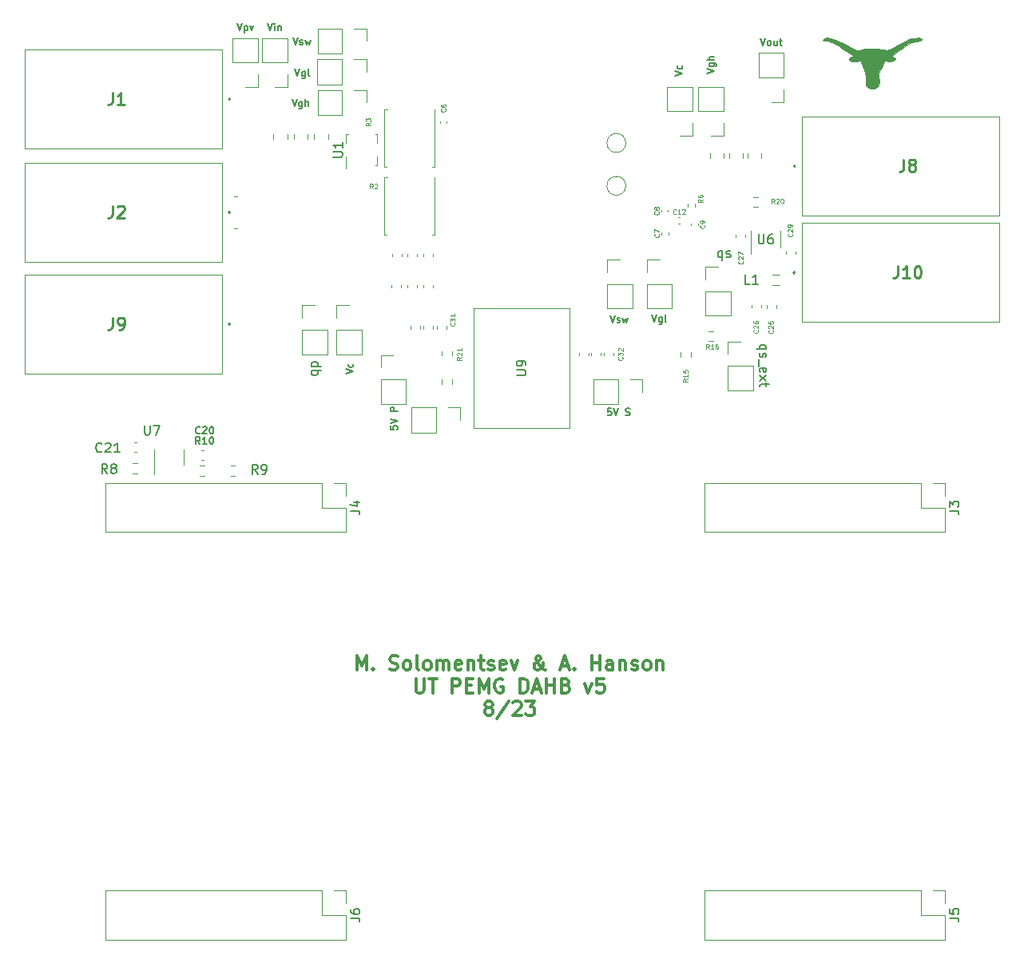
<source format=gbr>
%TF.GenerationSoftware,KiCad,Pcbnew,(6.0.1)*%
%TF.CreationDate,2023-08-02T16:38:55-05:00*%
%TF.ProjectId,board_v5,626f6172-645f-4763-952e-6b696361645f,rev?*%
%TF.SameCoordinates,Original*%
%TF.FileFunction,Legend,Top*%
%TF.FilePolarity,Positive*%
%FSLAX46Y46*%
G04 Gerber Fmt 4.6, Leading zero omitted, Abs format (unit mm)*
G04 Created by KiCad (PCBNEW (6.0.1)) date 2023-08-02 16:38:55*
%MOMM*%
%LPD*%
G01*
G04 APERTURE LIST*
%ADD10C,0.150000*%
%ADD11C,0.300000*%
%ADD12C,0.125000*%
%ADD13C,0.254000*%
%ADD14C,0.120000*%
%ADD15C,0.200000*%
%ADD16C,0.100000*%
%ADD17C,0.010000*%
G04 APERTURE END LIST*
D10*
X172914285Y-70459523D02*
X171914285Y-70459523D01*
X172295238Y-70459523D02*
X172247619Y-70364285D01*
X172247619Y-70173809D01*
X172295238Y-70078571D01*
X172342857Y-70030952D01*
X172438095Y-69983333D01*
X172723809Y-69983333D01*
X172819047Y-70030952D01*
X172866666Y-70078571D01*
X172914285Y-70173809D01*
X172914285Y-70364285D01*
X172866666Y-70459523D01*
X172295238Y-70888095D02*
X172247619Y-70983333D01*
X172247619Y-71173809D01*
X172295238Y-71269047D01*
X172390476Y-71316666D01*
X172438095Y-71316666D01*
X172533333Y-71269047D01*
X172580952Y-71173809D01*
X172580952Y-71030952D01*
X172628571Y-70935714D01*
X172723809Y-70888095D01*
X172771428Y-70888095D01*
X172866666Y-70935714D01*
X172914285Y-71030952D01*
X172914285Y-71173809D01*
X172866666Y-71269047D01*
X172152380Y-71507142D02*
X172152380Y-72269047D01*
X172295238Y-72888095D02*
X172247619Y-72792857D01*
X172247619Y-72602380D01*
X172295238Y-72507142D01*
X172390476Y-72459523D01*
X172771428Y-72459523D01*
X172866666Y-72507142D01*
X172914285Y-72602380D01*
X172914285Y-72792857D01*
X172866666Y-72888095D01*
X172771428Y-72935714D01*
X172676190Y-72935714D01*
X172580952Y-72459523D01*
X172247619Y-73269047D02*
X172914285Y-73792857D01*
X172914285Y-73269047D02*
X172247619Y-73792857D01*
X172914285Y-74030952D02*
X172914285Y-74411904D01*
X173247619Y-74173809D02*
X172390476Y-74173809D01*
X172295238Y-74221428D01*
X172247619Y-74316666D01*
X172247619Y-74411904D01*
D11*
X129535711Y-104488570D02*
X129535711Y-102988570D01*
X130035711Y-104059999D01*
X130535711Y-102988570D01*
X130535711Y-104488570D01*
X131249997Y-104345713D02*
X131321425Y-104417141D01*
X131249997Y-104488570D01*
X131178568Y-104417141D01*
X131249997Y-104345713D01*
X131249997Y-104488570D01*
X133035711Y-104417141D02*
X133249997Y-104488570D01*
X133607139Y-104488570D01*
X133749997Y-104417141D01*
X133821425Y-104345713D01*
X133892854Y-104202856D01*
X133892854Y-104059999D01*
X133821425Y-103917141D01*
X133749997Y-103845713D01*
X133607139Y-103774284D01*
X133321425Y-103702856D01*
X133178568Y-103631427D01*
X133107139Y-103559999D01*
X133035711Y-103417141D01*
X133035711Y-103274284D01*
X133107139Y-103131427D01*
X133178568Y-103059999D01*
X133321425Y-102988570D01*
X133678568Y-102988570D01*
X133892854Y-103059999D01*
X134749997Y-104488570D02*
X134607139Y-104417141D01*
X134535711Y-104345713D01*
X134464282Y-104202856D01*
X134464282Y-103774284D01*
X134535711Y-103631427D01*
X134607139Y-103559999D01*
X134749997Y-103488570D01*
X134964282Y-103488570D01*
X135107139Y-103559999D01*
X135178568Y-103631427D01*
X135249997Y-103774284D01*
X135249997Y-104202856D01*
X135178568Y-104345713D01*
X135107139Y-104417141D01*
X134964282Y-104488570D01*
X134749997Y-104488570D01*
X136107139Y-104488570D02*
X135964282Y-104417141D01*
X135892854Y-104274284D01*
X135892854Y-102988570D01*
X136892854Y-104488570D02*
X136749997Y-104417141D01*
X136678568Y-104345713D01*
X136607139Y-104202856D01*
X136607139Y-103774284D01*
X136678568Y-103631427D01*
X136749997Y-103559999D01*
X136892854Y-103488570D01*
X137107139Y-103488570D01*
X137249997Y-103559999D01*
X137321425Y-103631427D01*
X137392854Y-103774284D01*
X137392854Y-104202856D01*
X137321425Y-104345713D01*
X137249997Y-104417141D01*
X137107139Y-104488570D01*
X136892854Y-104488570D01*
X138035711Y-104488570D02*
X138035711Y-103488570D01*
X138035711Y-103631427D02*
X138107139Y-103559999D01*
X138249997Y-103488570D01*
X138464282Y-103488570D01*
X138607139Y-103559999D01*
X138678568Y-103702856D01*
X138678568Y-104488570D01*
X138678568Y-103702856D02*
X138749997Y-103559999D01*
X138892854Y-103488570D01*
X139107139Y-103488570D01*
X139249997Y-103559999D01*
X139321425Y-103702856D01*
X139321425Y-104488570D01*
X140607139Y-104417141D02*
X140464282Y-104488570D01*
X140178568Y-104488570D01*
X140035711Y-104417141D01*
X139964282Y-104274284D01*
X139964282Y-103702856D01*
X140035711Y-103559999D01*
X140178568Y-103488570D01*
X140464282Y-103488570D01*
X140607139Y-103559999D01*
X140678568Y-103702856D01*
X140678568Y-103845713D01*
X139964282Y-103988570D01*
X141321425Y-103488570D02*
X141321425Y-104488570D01*
X141321425Y-103631427D02*
X141392854Y-103559999D01*
X141535711Y-103488570D01*
X141749997Y-103488570D01*
X141892854Y-103559999D01*
X141964282Y-103702856D01*
X141964282Y-104488570D01*
X142464282Y-103488570D02*
X143035711Y-103488570D01*
X142678568Y-102988570D02*
X142678568Y-104274284D01*
X142749997Y-104417141D01*
X142892854Y-104488570D01*
X143035711Y-104488570D01*
X143464282Y-104417141D02*
X143607139Y-104488570D01*
X143892854Y-104488570D01*
X144035711Y-104417141D01*
X144107139Y-104274284D01*
X144107139Y-104202856D01*
X144035711Y-104059999D01*
X143892854Y-103988570D01*
X143678568Y-103988570D01*
X143535711Y-103917141D01*
X143464282Y-103774284D01*
X143464282Y-103702856D01*
X143535711Y-103559999D01*
X143678568Y-103488570D01*
X143892854Y-103488570D01*
X144035711Y-103559999D01*
X145321425Y-104417141D02*
X145178568Y-104488570D01*
X144892854Y-104488570D01*
X144749997Y-104417141D01*
X144678568Y-104274284D01*
X144678568Y-103702856D01*
X144749997Y-103559999D01*
X144892854Y-103488570D01*
X145178568Y-103488570D01*
X145321425Y-103559999D01*
X145392854Y-103702856D01*
X145392854Y-103845713D01*
X144678568Y-103988570D01*
X145892854Y-103488570D02*
X146249997Y-104488570D01*
X146607139Y-103488570D01*
X149535711Y-104488570D02*
X149464282Y-104488570D01*
X149321425Y-104417141D01*
X149107139Y-104202856D01*
X148749997Y-103774284D01*
X148607139Y-103559999D01*
X148535711Y-103345713D01*
X148535711Y-103202856D01*
X148607139Y-103059999D01*
X148749997Y-102988570D01*
X148821425Y-102988570D01*
X148964282Y-103059999D01*
X149035711Y-103202856D01*
X149035711Y-103274284D01*
X148964282Y-103417141D01*
X148892854Y-103488570D01*
X148464282Y-103774284D01*
X148392854Y-103845713D01*
X148321425Y-103988570D01*
X148321425Y-104202856D01*
X148392854Y-104345713D01*
X148464282Y-104417141D01*
X148607139Y-104488570D01*
X148821425Y-104488570D01*
X148964282Y-104417141D01*
X149035711Y-104345713D01*
X149249997Y-104059999D01*
X149321425Y-103845713D01*
X149321425Y-103702856D01*
X151249997Y-104059999D02*
X151964282Y-104059999D01*
X151107139Y-104488570D02*
X151607139Y-102988570D01*
X152107139Y-104488570D01*
X152607139Y-104345713D02*
X152678568Y-104417141D01*
X152607139Y-104488570D01*
X152535711Y-104417141D01*
X152607139Y-104345713D01*
X152607139Y-104488570D01*
X154464282Y-104488570D02*
X154464282Y-102988570D01*
X154464282Y-103702856D02*
X155321425Y-103702856D01*
X155321425Y-104488570D02*
X155321425Y-102988570D01*
X156678568Y-104488570D02*
X156678568Y-103702856D01*
X156607139Y-103559999D01*
X156464282Y-103488570D01*
X156178568Y-103488570D01*
X156035711Y-103559999D01*
X156678568Y-104417141D02*
X156535711Y-104488570D01*
X156178568Y-104488570D01*
X156035711Y-104417141D01*
X155964282Y-104274284D01*
X155964282Y-104131427D01*
X156035711Y-103988570D01*
X156178568Y-103917141D01*
X156535711Y-103917141D01*
X156678568Y-103845713D01*
X157392854Y-103488570D02*
X157392854Y-104488570D01*
X157392854Y-103631427D02*
X157464282Y-103559999D01*
X157607139Y-103488570D01*
X157821425Y-103488570D01*
X157964282Y-103559999D01*
X158035711Y-103702856D01*
X158035711Y-104488570D01*
X158678568Y-104417141D02*
X158821425Y-104488570D01*
X159107139Y-104488570D01*
X159249997Y-104417141D01*
X159321425Y-104274284D01*
X159321425Y-104202856D01*
X159249997Y-104059999D01*
X159107139Y-103988570D01*
X158892854Y-103988570D01*
X158749997Y-103917141D01*
X158678568Y-103774284D01*
X158678568Y-103702856D01*
X158749997Y-103559999D01*
X158892854Y-103488570D01*
X159107139Y-103488570D01*
X159249997Y-103559999D01*
X160178568Y-104488570D02*
X160035711Y-104417141D01*
X159964282Y-104345713D01*
X159892854Y-104202856D01*
X159892854Y-103774284D01*
X159964282Y-103631427D01*
X160035711Y-103559999D01*
X160178568Y-103488570D01*
X160392854Y-103488570D01*
X160535711Y-103559999D01*
X160607139Y-103631427D01*
X160678568Y-103774284D01*
X160678568Y-104202856D01*
X160607139Y-104345713D01*
X160535711Y-104417141D01*
X160392854Y-104488570D01*
X160178568Y-104488570D01*
X161321425Y-103488570D02*
X161321425Y-104488570D01*
X161321425Y-103631427D02*
X161392854Y-103559999D01*
X161535711Y-103488570D01*
X161749997Y-103488570D01*
X161892854Y-103559999D01*
X161964282Y-103702856D01*
X161964282Y-104488570D01*
X135785711Y-105403570D02*
X135785711Y-106617856D01*
X135857139Y-106760713D01*
X135928568Y-106832141D01*
X136071425Y-106903570D01*
X136357139Y-106903570D01*
X136499997Y-106832141D01*
X136571425Y-106760713D01*
X136642854Y-106617856D01*
X136642854Y-105403570D01*
X137142854Y-105403570D02*
X137999997Y-105403570D01*
X137571425Y-106903570D02*
X137571425Y-105403570D01*
X139642854Y-106903570D02*
X139642854Y-105403570D01*
X140214282Y-105403570D01*
X140357139Y-105474999D01*
X140428568Y-105546427D01*
X140499997Y-105689284D01*
X140499997Y-105903570D01*
X140428568Y-106046427D01*
X140357139Y-106117856D01*
X140214282Y-106189284D01*
X139642854Y-106189284D01*
X141142854Y-106117856D02*
X141642854Y-106117856D01*
X141857139Y-106903570D02*
X141142854Y-106903570D01*
X141142854Y-105403570D01*
X141857139Y-105403570D01*
X142499997Y-106903570D02*
X142499997Y-105403570D01*
X142999997Y-106474999D01*
X143499997Y-105403570D01*
X143499997Y-106903570D01*
X144999997Y-105474999D02*
X144857139Y-105403570D01*
X144642854Y-105403570D01*
X144428568Y-105474999D01*
X144285711Y-105617856D01*
X144214282Y-105760713D01*
X144142854Y-106046427D01*
X144142854Y-106260713D01*
X144214282Y-106546427D01*
X144285711Y-106689284D01*
X144428568Y-106832141D01*
X144642854Y-106903570D01*
X144785711Y-106903570D01*
X144999997Y-106832141D01*
X145071425Y-106760713D01*
X145071425Y-106260713D01*
X144785711Y-106260713D01*
X146857139Y-106903570D02*
X146857139Y-105403570D01*
X147214282Y-105403570D01*
X147428568Y-105474999D01*
X147571425Y-105617856D01*
X147642854Y-105760713D01*
X147714282Y-106046427D01*
X147714282Y-106260713D01*
X147642854Y-106546427D01*
X147571425Y-106689284D01*
X147428568Y-106832141D01*
X147214282Y-106903570D01*
X146857139Y-106903570D01*
X148285711Y-106474999D02*
X148999997Y-106474999D01*
X148142854Y-106903570D02*
X148642854Y-105403570D01*
X149142854Y-106903570D01*
X149642854Y-106903570D02*
X149642854Y-105403570D01*
X149642854Y-106117856D02*
X150499997Y-106117856D01*
X150499997Y-106903570D02*
X150499997Y-105403570D01*
X151714282Y-106117856D02*
X151928568Y-106189284D01*
X151999997Y-106260713D01*
X152071425Y-106403570D01*
X152071425Y-106617856D01*
X151999997Y-106760713D01*
X151928568Y-106832141D01*
X151785711Y-106903570D01*
X151214282Y-106903570D01*
X151214282Y-105403570D01*
X151714282Y-105403570D01*
X151857139Y-105474999D01*
X151928568Y-105546427D01*
X151999997Y-105689284D01*
X151999997Y-105832141D01*
X151928568Y-105974999D01*
X151857139Y-106046427D01*
X151714282Y-106117856D01*
X151214282Y-106117856D01*
X153714282Y-105903570D02*
X154071425Y-106903570D01*
X154428568Y-105903570D01*
X155714282Y-105403570D02*
X154999997Y-105403570D01*
X154928568Y-106117856D01*
X154999997Y-106046427D01*
X155142854Y-105974999D01*
X155499997Y-105974999D01*
X155642854Y-106046427D01*
X155714282Y-106117856D01*
X155785711Y-106260713D01*
X155785711Y-106617856D01*
X155714282Y-106760713D01*
X155642854Y-106832141D01*
X155499997Y-106903570D01*
X155142854Y-106903570D01*
X154999997Y-106832141D01*
X154928568Y-106760713D01*
X143392854Y-108461427D02*
X143249997Y-108389999D01*
X143178568Y-108318570D01*
X143107139Y-108175713D01*
X143107139Y-108104284D01*
X143178568Y-107961427D01*
X143249997Y-107889999D01*
X143392854Y-107818570D01*
X143678568Y-107818570D01*
X143821425Y-107889999D01*
X143892854Y-107961427D01*
X143964282Y-108104284D01*
X143964282Y-108175713D01*
X143892854Y-108318570D01*
X143821425Y-108389999D01*
X143678568Y-108461427D01*
X143392854Y-108461427D01*
X143249997Y-108532856D01*
X143178568Y-108604284D01*
X143107139Y-108747141D01*
X143107139Y-109032856D01*
X143178568Y-109175713D01*
X143249997Y-109247141D01*
X143392854Y-109318570D01*
X143678568Y-109318570D01*
X143821425Y-109247141D01*
X143892854Y-109175713D01*
X143964282Y-109032856D01*
X143964282Y-108747141D01*
X143892854Y-108604284D01*
X143821425Y-108532856D01*
X143678568Y-108461427D01*
X145678568Y-107747141D02*
X144392854Y-109675713D01*
X146107139Y-107961427D02*
X146178568Y-107889999D01*
X146321425Y-107818570D01*
X146678568Y-107818570D01*
X146821425Y-107889999D01*
X146892854Y-107961427D01*
X146964282Y-108104284D01*
X146964282Y-108247141D01*
X146892854Y-108461427D01*
X146035711Y-109318570D01*
X146964282Y-109318570D01*
X147464282Y-107818570D02*
X148392854Y-107818570D01*
X147892854Y-108389999D01*
X148107139Y-108389999D01*
X148249997Y-108461427D01*
X148321425Y-108532856D01*
X148392854Y-108675713D01*
X148392854Y-109032856D01*
X148321425Y-109175713D01*
X148249997Y-109247141D01*
X148107139Y-109318570D01*
X147678568Y-109318570D01*
X147535711Y-109247141D01*
X147464282Y-109175713D01*
D10*
%TO.C,Vpv*%
X116850000Y-35939285D02*
X117100000Y-36689285D01*
X117350000Y-35939285D01*
X117600000Y-36189285D02*
X117600000Y-36939285D01*
X117600000Y-36225000D02*
X117671428Y-36189285D01*
X117814285Y-36189285D01*
X117885714Y-36225000D01*
X117921428Y-36260714D01*
X117957142Y-36332142D01*
X117957142Y-36546428D01*
X117921428Y-36617857D01*
X117885714Y-36653571D01*
X117814285Y-36689285D01*
X117671428Y-36689285D01*
X117600000Y-36653571D01*
X118207142Y-36189285D02*
X118385714Y-36689285D01*
X118564285Y-36189285D01*
D12*
%TO.C,C25*%
X173628571Y-68461428D02*
X173652380Y-68485238D01*
X173676190Y-68556666D01*
X173676190Y-68604285D01*
X173652380Y-68675714D01*
X173604761Y-68723333D01*
X173557142Y-68747142D01*
X173461904Y-68770952D01*
X173390476Y-68770952D01*
X173295238Y-68747142D01*
X173247619Y-68723333D01*
X173200000Y-68675714D01*
X173176190Y-68604285D01*
X173176190Y-68556666D01*
X173200000Y-68485238D01*
X173223809Y-68461428D01*
X173223809Y-68270952D02*
X173200000Y-68247142D01*
X173176190Y-68199523D01*
X173176190Y-68080476D01*
X173200000Y-68032857D01*
X173223809Y-68009047D01*
X173271428Y-67985238D01*
X173319047Y-67985238D01*
X173390476Y-68009047D01*
X173676190Y-68294761D01*
X173676190Y-67985238D01*
X173176190Y-67532857D02*
X173176190Y-67770952D01*
X173414285Y-67794761D01*
X173390476Y-67770952D01*
X173366666Y-67723333D01*
X173366666Y-67604285D01*
X173390476Y-67556666D01*
X173414285Y-67532857D01*
X173461904Y-67509047D01*
X173580952Y-67509047D01*
X173628571Y-67532857D01*
X173652380Y-67556666D01*
X173676190Y-67604285D01*
X173676190Y-67723333D01*
X173652380Y-67770952D01*
X173628571Y-67794761D01*
D10*
%TO.C,qp*%
X124710714Y-72753095D02*
X125710714Y-72753095D01*
X125329761Y-72753095D02*
X125377380Y-72848333D01*
X125377380Y-73038809D01*
X125329761Y-73134047D01*
X125282142Y-73181666D01*
X125186904Y-73229285D01*
X124901190Y-73229285D01*
X124805952Y-73181666D01*
X124758333Y-73134047D01*
X124710714Y-73038809D01*
X124710714Y-72848333D01*
X124758333Y-72753095D01*
X124710714Y-72276904D02*
X125710714Y-72276904D01*
X124758333Y-72276904D02*
X124710714Y-72181666D01*
X124710714Y-71991190D01*
X124758333Y-71895952D01*
X124805952Y-71848333D01*
X124901190Y-71800714D01*
X125186904Y-71800714D01*
X125282142Y-71848333D01*
X125329761Y-71895952D01*
X125377380Y-71991190D01*
X125377380Y-72181666D01*
X125329761Y-72276904D01*
%TO.C,Vgl*%
X122999285Y-40771784D02*
X123249285Y-41521784D01*
X123499285Y-40771784D01*
X124070714Y-41021784D02*
X124070714Y-41628927D01*
X124035000Y-41700356D01*
X123999285Y-41736070D01*
X123927857Y-41771784D01*
X123820714Y-41771784D01*
X123749285Y-41736070D01*
X124070714Y-41486070D02*
X123999285Y-41521784D01*
X123856428Y-41521784D01*
X123785000Y-41486070D01*
X123749285Y-41450356D01*
X123713571Y-41378927D01*
X123713571Y-41164641D01*
X123749285Y-41093213D01*
X123785000Y-41057499D01*
X123856428Y-41021784D01*
X123999285Y-41021784D01*
X124070714Y-41057499D01*
X124535000Y-41521784D02*
X124463571Y-41486070D01*
X124427857Y-41414641D01*
X124427857Y-40771784D01*
%TO.C,5V S*%
X156514285Y-76739285D02*
X156157142Y-76739285D01*
X156121428Y-77096428D01*
X156157142Y-77060714D01*
X156228571Y-77025000D01*
X156407142Y-77025000D01*
X156478571Y-77060714D01*
X156514285Y-77096428D01*
X156550000Y-77167857D01*
X156550000Y-77346428D01*
X156514285Y-77417857D01*
X156478571Y-77453571D01*
X156407142Y-77489285D01*
X156228571Y-77489285D01*
X156157142Y-77453571D01*
X156121428Y-77417857D01*
X156764285Y-76739285D02*
X157014285Y-77489285D01*
X157264285Y-76739285D01*
X158050000Y-77453571D02*
X158157142Y-77489285D01*
X158335714Y-77489285D01*
X158407142Y-77453571D01*
X158442857Y-77417857D01*
X158478571Y-77346428D01*
X158478571Y-77275000D01*
X158442857Y-77203571D01*
X158407142Y-77167857D01*
X158335714Y-77132142D01*
X158192857Y-77096428D01*
X158121428Y-77060714D01*
X158085714Y-77025000D01*
X158050000Y-76953571D01*
X158050000Y-76882142D01*
X158085714Y-76810714D01*
X158121428Y-76775000D01*
X158192857Y-76739285D01*
X158371428Y-76739285D01*
X158478571Y-76775000D01*
%TO.C,C21*%
X102507142Y-81307142D02*
X102459523Y-81354761D01*
X102316666Y-81402380D01*
X102221428Y-81402380D01*
X102078571Y-81354761D01*
X101983333Y-81259523D01*
X101935714Y-81164285D01*
X101888095Y-80973809D01*
X101888095Y-80830952D01*
X101935714Y-80640476D01*
X101983333Y-80545238D01*
X102078571Y-80450000D01*
X102221428Y-80402380D01*
X102316666Y-80402380D01*
X102459523Y-80450000D01*
X102507142Y-80497619D01*
X102888095Y-80497619D02*
X102935714Y-80450000D01*
X103030952Y-80402380D01*
X103269047Y-80402380D01*
X103364285Y-80450000D01*
X103411904Y-80497619D01*
X103459523Y-80592857D01*
X103459523Y-80688095D01*
X103411904Y-80830952D01*
X102840476Y-81402380D01*
X103459523Y-81402380D01*
X104411904Y-81402380D02*
X103840476Y-81402380D01*
X104126190Y-81402380D02*
X104126190Y-80402380D01*
X104030952Y-80545238D01*
X103935714Y-80640476D01*
X103840476Y-80688095D01*
D12*
%TO.C,R2*%
X131241666Y-53451190D02*
X131075000Y-53213095D01*
X130955952Y-53451190D02*
X130955952Y-52951190D01*
X131146428Y-52951190D01*
X131194047Y-52975000D01*
X131217857Y-52998809D01*
X131241666Y-53046428D01*
X131241666Y-53117857D01*
X131217857Y-53165476D01*
X131194047Y-53189285D01*
X131146428Y-53213095D01*
X130955952Y-53213095D01*
X131432142Y-52998809D02*
X131455952Y-52975000D01*
X131503571Y-52951190D01*
X131622619Y-52951190D01*
X131670238Y-52975000D01*
X131694047Y-52998809D01*
X131717857Y-53046428D01*
X131717857Y-53094047D01*
X131694047Y-53165476D01*
X131408333Y-53451190D01*
X131717857Y-53451190D01*
%TO.C,C27*%
X170438571Y-61121428D02*
X170462380Y-61145238D01*
X170486190Y-61216666D01*
X170486190Y-61264285D01*
X170462380Y-61335714D01*
X170414761Y-61383333D01*
X170367142Y-61407142D01*
X170271904Y-61430952D01*
X170200476Y-61430952D01*
X170105238Y-61407142D01*
X170057619Y-61383333D01*
X170010000Y-61335714D01*
X169986190Y-61264285D01*
X169986190Y-61216666D01*
X170010000Y-61145238D01*
X170033809Y-61121428D01*
X170033809Y-60930952D02*
X170010000Y-60907142D01*
X169986190Y-60859523D01*
X169986190Y-60740476D01*
X170010000Y-60692857D01*
X170033809Y-60669047D01*
X170081428Y-60645238D01*
X170129047Y-60645238D01*
X170200476Y-60669047D01*
X170486190Y-60954761D01*
X170486190Y-60645238D01*
X169986190Y-60478571D02*
X169986190Y-60145238D01*
X170486190Y-60359523D01*
D10*
%TO.C,U9*%
X146452380Y-73261904D02*
X147261904Y-73261904D01*
X147357142Y-73214285D01*
X147404761Y-73166666D01*
X147452380Y-73071428D01*
X147452380Y-72880952D01*
X147404761Y-72785714D01*
X147357142Y-72738095D01*
X147261904Y-72690476D01*
X146452380Y-72690476D01*
X147452380Y-72166666D02*
X147452380Y-71976190D01*
X147404761Y-71880952D01*
X147357142Y-71833333D01*
X147214285Y-71738095D01*
X147023809Y-71690476D01*
X146642857Y-71690476D01*
X146547619Y-71738095D01*
X146500000Y-71785714D01*
X146452380Y-71880952D01*
X146452380Y-72071428D01*
X146500000Y-72166666D01*
X146547619Y-72214285D01*
X146642857Y-72261904D01*
X146880952Y-72261904D01*
X146976190Y-72214285D01*
X147023809Y-72166666D01*
X147071428Y-72071428D01*
X147071428Y-71880952D01*
X147023809Y-71785714D01*
X146976190Y-71738095D01*
X146880952Y-71690476D01*
%TO.C,Vgh*%
X166619285Y-41228571D02*
X167369285Y-40978571D01*
X166619285Y-40728571D01*
X166869285Y-40157142D02*
X167476428Y-40157142D01*
X167547857Y-40192857D01*
X167583571Y-40228571D01*
X167619285Y-40300000D01*
X167619285Y-40407142D01*
X167583571Y-40478571D01*
X167333571Y-40157142D02*
X167369285Y-40228571D01*
X167369285Y-40371428D01*
X167333571Y-40442857D01*
X167297857Y-40478571D01*
X167226428Y-40514285D01*
X167012142Y-40514285D01*
X166940714Y-40478571D01*
X166905000Y-40442857D01*
X166869285Y-40371428D01*
X166869285Y-40228571D01*
X166905000Y-40157142D01*
X167369285Y-39800000D02*
X166619285Y-39800000D01*
X167369285Y-39478571D02*
X166976428Y-39478571D01*
X166905000Y-39514285D01*
X166869285Y-39585714D01*
X166869285Y-39692857D01*
X166905000Y-39764285D01*
X166940714Y-39800000D01*
%TO.C,qs*%
X168289523Y-60065714D02*
X168289523Y-61065714D01*
X168289523Y-60684761D02*
X168194285Y-60732380D01*
X168003809Y-60732380D01*
X167908571Y-60684761D01*
X167860952Y-60637142D01*
X167813333Y-60541904D01*
X167813333Y-60256190D01*
X167860952Y-60160952D01*
X167908571Y-60113333D01*
X168003809Y-60065714D01*
X168194285Y-60065714D01*
X168289523Y-60113333D01*
X168718095Y-60684761D02*
X168813333Y-60732380D01*
X169003809Y-60732380D01*
X169099047Y-60684761D01*
X169146666Y-60589523D01*
X169146666Y-60541904D01*
X169099047Y-60446666D01*
X169003809Y-60399047D01*
X168860952Y-60399047D01*
X168765714Y-60351428D01*
X168718095Y-60256190D01*
X168718095Y-60208571D01*
X168765714Y-60113333D01*
X168860952Y-60065714D01*
X169003809Y-60065714D01*
X169099047Y-60113333D01*
%TO.C,J4*%
X128857380Y-87598333D02*
X129571666Y-87598333D01*
X129714523Y-87645952D01*
X129809761Y-87741190D01*
X129857380Y-87884047D01*
X129857380Y-87979285D01*
X129190714Y-86693571D02*
X129857380Y-86693571D01*
X128809761Y-86931666D02*
X129524047Y-87169761D01*
X129524047Y-86550714D01*
D12*
%TO.C,C12*%
X163368571Y-56098571D02*
X163344761Y-56122380D01*
X163273333Y-56146190D01*
X163225714Y-56146190D01*
X163154285Y-56122380D01*
X163106666Y-56074761D01*
X163082857Y-56027142D01*
X163059047Y-55931904D01*
X163059047Y-55860476D01*
X163082857Y-55765238D01*
X163106666Y-55717619D01*
X163154285Y-55670000D01*
X163225714Y-55646190D01*
X163273333Y-55646190D01*
X163344761Y-55670000D01*
X163368571Y-55693809D01*
X163844761Y-56146190D02*
X163559047Y-56146190D01*
X163701904Y-56146190D02*
X163701904Y-55646190D01*
X163654285Y-55717619D01*
X163606666Y-55765238D01*
X163559047Y-55789047D01*
X164035238Y-55693809D02*
X164059047Y-55670000D01*
X164106666Y-55646190D01*
X164225714Y-55646190D01*
X164273333Y-55670000D01*
X164297142Y-55693809D01*
X164320952Y-55741428D01*
X164320952Y-55789047D01*
X164297142Y-55860476D01*
X164011428Y-56146190D01*
X164320952Y-56146190D01*
D10*
%TO.C,R10*%
X112917857Y-80539285D02*
X112667857Y-80182142D01*
X112489285Y-80539285D02*
X112489285Y-79789285D01*
X112775000Y-79789285D01*
X112846428Y-79825000D01*
X112882142Y-79860714D01*
X112917857Y-79932142D01*
X112917857Y-80039285D01*
X112882142Y-80110714D01*
X112846428Y-80146428D01*
X112775000Y-80182142D01*
X112489285Y-80182142D01*
X113632142Y-80539285D02*
X113203571Y-80539285D01*
X113417857Y-80539285D02*
X113417857Y-79789285D01*
X113346428Y-79896428D01*
X113275000Y-79967857D01*
X113203571Y-80003571D01*
X114096428Y-79789285D02*
X114167857Y-79789285D01*
X114239285Y-79825000D01*
X114275000Y-79860714D01*
X114310714Y-79932142D01*
X114346428Y-80075000D01*
X114346428Y-80253571D01*
X114310714Y-80396428D01*
X114275000Y-80467857D01*
X114239285Y-80503571D01*
X114167857Y-80539285D01*
X114096428Y-80539285D01*
X114025000Y-80503571D01*
X113989285Y-80467857D01*
X113953571Y-80396428D01*
X113917857Y-80253571D01*
X113917857Y-80075000D01*
X113953571Y-79932142D01*
X113989285Y-79860714D01*
X114025000Y-79825000D01*
X114096428Y-79789285D01*
%TO.C,Vsw*%
X122763571Y-37419285D02*
X123013571Y-38169285D01*
X123263571Y-37419285D01*
X123477857Y-38133571D02*
X123549285Y-38169285D01*
X123692142Y-38169285D01*
X123763571Y-38133571D01*
X123799285Y-38062142D01*
X123799285Y-38026428D01*
X123763571Y-37955000D01*
X123692142Y-37919285D01*
X123585000Y-37919285D01*
X123513571Y-37883571D01*
X123477857Y-37812142D01*
X123477857Y-37776428D01*
X123513571Y-37705000D01*
X123585000Y-37669285D01*
X123692142Y-37669285D01*
X123763571Y-37705000D01*
X124049285Y-37669285D02*
X124192142Y-38169285D01*
X124335000Y-37812142D01*
X124477857Y-38169285D01*
X124620714Y-37669285D01*
D12*
%TO.C,C9*%
X166368571Y-57313333D02*
X166392380Y-57337142D01*
X166416190Y-57408571D01*
X166416190Y-57456190D01*
X166392380Y-57527619D01*
X166344761Y-57575238D01*
X166297142Y-57599047D01*
X166201904Y-57622857D01*
X166130476Y-57622857D01*
X166035238Y-57599047D01*
X165987619Y-57575238D01*
X165940000Y-57527619D01*
X165916190Y-57456190D01*
X165916190Y-57408571D01*
X165940000Y-57337142D01*
X165963809Y-57313333D01*
X166416190Y-57075238D02*
X166416190Y-56980000D01*
X166392380Y-56932380D01*
X166368571Y-56908571D01*
X166297142Y-56860952D01*
X166201904Y-56837142D01*
X166011428Y-56837142D01*
X165963809Y-56860952D01*
X165940000Y-56884761D01*
X165916190Y-56932380D01*
X165916190Y-57027619D01*
X165940000Y-57075238D01*
X165963809Y-57099047D01*
X166011428Y-57122857D01*
X166130476Y-57122857D01*
X166178095Y-57099047D01*
X166201904Y-57075238D01*
X166225714Y-57027619D01*
X166225714Y-56932380D01*
X166201904Y-56884761D01*
X166178095Y-56860952D01*
X166130476Y-56837142D01*
D10*
%TO.C,R9*%
X119038817Y-83699912D02*
X118705484Y-83223722D01*
X118467388Y-83699912D02*
X118467388Y-82699912D01*
X118848341Y-82699912D01*
X118943579Y-82747532D01*
X118991198Y-82795151D01*
X119038817Y-82890389D01*
X119038817Y-83033246D01*
X118991198Y-83128484D01*
X118943579Y-83176103D01*
X118848341Y-83223722D01*
X118467388Y-83223722D01*
X119515007Y-83699912D02*
X119705484Y-83699912D01*
X119800722Y-83652293D01*
X119848341Y-83604674D01*
X119943579Y-83461817D01*
X119991198Y-83271341D01*
X119991198Y-82890389D01*
X119943579Y-82795151D01*
X119895960Y-82747532D01*
X119800722Y-82699912D01*
X119610245Y-82699912D01*
X119515007Y-82747532D01*
X119467388Y-82795151D01*
X119419769Y-82890389D01*
X119419769Y-83128484D01*
X119467388Y-83223722D01*
X119515007Y-83271341D01*
X119610245Y-83318960D01*
X119800722Y-83318960D01*
X119895960Y-83271341D01*
X119943579Y-83223722D01*
X119991198Y-83128484D01*
D12*
%TO.C,C6*%
X138903571Y-44978333D02*
X138927380Y-45002142D01*
X138951190Y-45073571D01*
X138951190Y-45121190D01*
X138927380Y-45192619D01*
X138879761Y-45240238D01*
X138832142Y-45264047D01*
X138736904Y-45287857D01*
X138665476Y-45287857D01*
X138570238Y-45264047D01*
X138522619Y-45240238D01*
X138475000Y-45192619D01*
X138451190Y-45121190D01*
X138451190Y-45073571D01*
X138475000Y-45002142D01*
X138498809Y-44978333D01*
X138451190Y-44549761D02*
X138451190Y-44645000D01*
X138475000Y-44692619D01*
X138498809Y-44716428D01*
X138570238Y-44764047D01*
X138665476Y-44787857D01*
X138855952Y-44787857D01*
X138903571Y-44764047D01*
X138927380Y-44740238D01*
X138951190Y-44692619D01*
X138951190Y-44597380D01*
X138927380Y-44549761D01*
X138903571Y-44525952D01*
X138855952Y-44502142D01*
X138736904Y-44502142D01*
X138689285Y-44525952D01*
X138665476Y-44549761D01*
X138641666Y-44597380D01*
X138641666Y-44692619D01*
X138665476Y-44740238D01*
X138689285Y-44764047D01*
X138736904Y-44787857D01*
D13*
%TO.C,J10*%
X186871904Y-61654523D02*
X186871904Y-62561666D01*
X186811428Y-62743095D01*
X186690476Y-62864047D01*
X186509047Y-62924523D01*
X186388095Y-62924523D01*
X188141904Y-62924523D02*
X187416190Y-62924523D01*
X187779047Y-62924523D02*
X187779047Y-61654523D01*
X187658095Y-61835952D01*
X187537142Y-61956904D01*
X187416190Y-62017380D01*
X188928095Y-61654523D02*
X189049047Y-61654523D01*
X189170000Y-61715000D01*
X189230476Y-61775476D01*
X189290952Y-61896428D01*
X189351428Y-62138333D01*
X189351428Y-62440714D01*
X189290952Y-62682619D01*
X189230476Y-62803571D01*
X189170000Y-62864047D01*
X189049047Y-62924523D01*
X188928095Y-62924523D01*
X188807142Y-62864047D01*
X188746666Y-62803571D01*
X188686190Y-62682619D01*
X188625714Y-62440714D01*
X188625714Y-62138333D01*
X188686190Y-61896428D01*
X188746666Y-61775476D01*
X188807142Y-61715000D01*
X188928095Y-61654523D01*
D10*
%TO.C,R8*%
X103083333Y-83652380D02*
X102750000Y-83176190D01*
X102511904Y-83652380D02*
X102511904Y-82652380D01*
X102892857Y-82652380D01*
X102988095Y-82700000D01*
X103035714Y-82747619D01*
X103083333Y-82842857D01*
X103083333Y-82985714D01*
X103035714Y-83080952D01*
X102988095Y-83128571D01*
X102892857Y-83176190D01*
X102511904Y-83176190D01*
X103654761Y-83080952D02*
X103559523Y-83033333D01*
X103511904Y-82985714D01*
X103464285Y-82890476D01*
X103464285Y-82842857D01*
X103511904Y-82747619D01*
X103559523Y-82700000D01*
X103654761Y-82652380D01*
X103845238Y-82652380D01*
X103940476Y-82700000D01*
X103988095Y-82747619D01*
X104035714Y-82842857D01*
X104035714Y-82890476D01*
X103988095Y-82985714D01*
X103940476Y-83033333D01*
X103845238Y-83080952D01*
X103654761Y-83080952D01*
X103559523Y-83128571D01*
X103511904Y-83176190D01*
X103464285Y-83271428D01*
X103464285Y-83461904D01*
X103511904Y-83557142D01*
X103559523Y-83604761D01*
X103654761Y-83652380D01*
X103845238Y-83652380D01*
X103940476Y-83604761D01*
X103988095Y-83557142D01*
X104035714Y-83461904D01*
X104035714Y-83271428D01*
X103988095Y-83176190D01*
X103940476Y-83128571D01*
X103845238Y-83080952D01*
%TO.C,Vin*%
X120082142Y-35939285D02*
X120332142Y-36689285D01*
X120582142Y-35939285D01*
X120832142Y-36689285D02*
X120832142Y-36189285D01*
X120832142Y-35939285D02*
X120796428Y-35975000D01*
X120832142Y-36010714D01*
X120867857Y-35975000D01*
X120832142Y-35939285D01*
X120832142Y-36010714D01*
X121189285Y-36189285D02*
X121189285Y-36689285D01*
X121189285Y-36260714D02*
X121225000Y-36225000D01*
X121296428Y-36189285D01*
X121403571Y-36189285D01*
X121475000Y-36225000D01*
X121510714Y-36296428D01*
X121510714Y-36689285D01*
D13*
%TO.C,J2*%
X103626666Y-55254523D02*
X103626666Y-56161666D01*
X103566190Y-56343095D01*
X103445238Y-56464047D01*
X103263809Y-56524523D01*
X103142857Y-56524523D01*
X104170952Y-55375476D02*
X104231428Y-55315000D01*
X104352380Y-55254523D01*
X104654761Y-55254523D01*
X104775714Y-55315000D01*
X104836190Y-55375476D01*
X104896666Y-55496428D01*
X104896666Y-55617380D01*
X104836190Y-55798809D01*
X104110476Y-56524523D01*
X104896666Y-56524523D01*
D10*
%TO.C,C20*%
X112917857Y-79367857D02*
X112882142Y-79403571D01*
X112775000Y-79439285D01*
X112703571Y-79439285D01*
X112596428Y-79403571D01*
X112525000Y-79332142D01*
X112489285Y-79260714D01*
X112453571Y-79117857D01*
X112453571Y-79010714D01*
X112489285Y-78867857D01*
X112525000Y-78796428D01*
X112596428Y-78725000D01*
X112703571Y-78689285D01*
X112775000Y-78689285D01*
X112882142Y-78725000D01*
X112917857Y-78760714D01*
X113203571Y-78760714D02*
X113239285Y-78725000D01*
X113310714Y-78689285D01*
X113489285Y-78689285D01*
X113560714Y-78725000D01*
X113596428Y-78760714D01*
X113632142Y-78832142D01*
X113632142Y-78903571D01*
X113596428Y-79010714D01*
X113167857Y-79439285D01*
X113632142Y-79439285D01*
X114096428Y-78689285D02*
X114167857Y-78689285D01*
X114239285Y-78725000D01*
X114275000Y-78760714D01*
X114310714Y-78832142D01*
X114346428Y-78975000D01*
X114346428Y-79153571D01*
X114310714Y-79296428D01*
X114275000Y-79367857D01*
X114239285Y-79403571D01*
X114167857Y-79439285D01*
X114096428Y-79439285D01*
X114025000Y-79403571D01*
X113989285Y-79367857D01*
X113953571Y-79296428D01*
X113917857Y-79153571D01*
X113917857Y-78975000D01*
X113953571Y-78832142D01*
X113989285Y-78760714D01*
X114025000Y-78725000D01*
X114096428Y-78689285D01*
D12*
%TO.C,C32*%
X157678571Y-71321428D02*
X157702380Y-71345238D01*
X157726190Y-71416666D01*
X157726190Y-71464285D01*
X157702380Y-71535714D01*
X157654761Y-71583333D01*
X157607142Y-71607142D01*
X157511904Y-71630952D01*
X157440476Y-71630952D01*
X157345238Y-71607142D01*
X157297619Y-71583333D01*
X157250000Y-71535714D01*
X157226190Y-71464285D01*
X157226190Y-71416666D01*
X157250000Y-71345238D01*
X157273809Y-71321428D01*
X157226190Y-71154761D02*
X157226190Y-70845238D01*
X157416666Y-71011904D01*
X157416666Y-70940476D01*
X157440476Y-70892857D01*
X157464285Y-70869047D01*
X157511904Y-70845238D01*
X157630952Y-70845238D01*
X157678571Y-70869047D01*
X157702380Y-70892857D01*
X157726190Y-70940476D01*
X157726190Y-71083333D01*
X157702380Y-71130952D01*
X157678571Y-71154761D01*
X157273809Y-70654761D02*
X157250000Y-70630952D01*
X157226190Y-70583333D01*
X157226190Y-70464285D01*
X157250000Y-70416666D01*
X157273809Y-70392857D01*
X157321428Y-70369047D01*
X157369047Y-70369047D01*
X157440476Y-70392857D01*
X157726190Y-70678571D01*
X157726190Y-70369047D01*
%TO.C,R15*%
X164626190Y-73621428D02*
X164388095Y-73788095D01*
X164626190Y-73907142D02*
X164126190Y-73907142D01*
X164126190Y-73716666D01*
X164150000Y-73669047D01*
X164173809Y-73645238D01*
X164221428Y-73621428D01*
X164292857Y-73621428D01*
X164340476Y-73645238D01*
X164364285Y-73669047D01*
X164388095Y-73716666D01*
X164388095Y-73907142D01*
X164626190Y-73145238D02*
X164626190Y-73430952D01*
X164626190Y-73288095D02*
X164126190Y-73288095D01*
X164197619Y-73335714D01*
X164245238Y-73383333D01*
X164269047Y-73430952D01*
X164126190Y-72692857D02*
X164126190Y-72930952D01*
X164364285Y-72954761D01*
X164340476Y-72930952D01*
X164316666Y-72883333D01*
X164316666Y-72764285D01*
X164340476Y-72716666D01*
X164364285Y-72692857D01*
X164411904Y-72669047D01*
X164530952Y-72669047D01*
X164578571Y-72692857D01*
X164602380Y-72716666D01*
X164626190Y-72764285D01*
X164626190Y-72883333D01*
X164602380Y-72930952D01*
X164578571Y-72954761D01*
D10*
%TO.C,U6*%
X172113095Y-58294880D02*
X172113095Y-59104404D01*
X172160714Y-59199642D01*
X172208333Y-59247261D01*
X172303571Y-59294880D01*
X172494047Y-59294880D01*
X172589285Y-59247261D01*
X172636904Y-59199642D01*
X172684523Y-59104404D01*
X172684523Y-58294880D01*
X173589285Y-58294880D02*
X173398809Y-58294880D01*
X173303571Y-58342500D01*
X173255952Y-58390119D01*
X173160714Y-58532976D01*
X173113095Y-58723452D01*
X173113095Y-59104404D01*
X173160714Y-59199642D01*
X173208333Y-59247261D01*
X173303571Y-59294880D01*
X173494047Y-59294880D01*
X173589285Y-59247261D01*
X173636904Y-59199642D01*
X173684523Y-59104404D01*
X173684523Y-58866309D01*
X173636904Y-58771071D01*
X173589285Y-58723452D01*
X173494047Y-58675833D01*
X173303571Y-58675833D01*
X173208333Y-58723452D01*
X173160714Y-58771071D01*
X173113095Y-58866309D01*
D12*
%TO.C,C31*%
X139878571Y-67671428D02*
X139902380Y-67695238D01*
X139926190Y-67766666D01*
X139926190Y-67814285D01*
X139902380Y-67885714D01*
X139854761Y-67933333D01*
X139807142Y-67957142D01*
X139711904Y-67980952D01*
X139640476Y-67980952D01*
X139545238Y-67957142D01*
X139497619Y-67933333D01*
X139450000Y-67885714D01*
X139426190Y-67814285D01*
X139426190Y-67766666D01*
X139450000Y-67695238D01*
X139473809Y-67671428D01*
X139426190Y-67504761D02*
X139426190Y-67195238D01*
X139616666Y-67361904D01*
X139616666Y-67290476D01*
X139640476Y-67242857D01*
X139664285Y-67219047D01*
X139711904Y-67195238D01*
X139830952Y-67195238D01*
X139878571Y-67219047D01*
X139902380Y-67242857D01*
X139926190Y-67290476D01*
X139926190Y-67433333D01*
X139902380Y-67480952D01*
X139878571Y-67504761D01*
X139926190Y-66719047D02*
X139926190Y-67004761D01*
X139926190Y-66861904D02*
X139426190Y-66861904D01*
X139497619Y-66909523D01*
X139545238Y-66957142D01*
X139569047Y-67004761D01*
D10*
%TO.C,Vgl*%
X160819285Y-66839285D02*
X161069285Y-67589285D01*
X161319285Y-66839285D01*
X161890714Y-67089285D02*
X161890714Y-67696428D01*
X161855000Y-67767857D01*
X161819285Y-67803571D01*
X161747857Y-67839285D01*
X161640714Y-67839285D01*
X161569285Y-67803571D01*
X161890714Y-67553571D02*
X161819285Y-67589285D01*
X161676428Y-67589285D01*
X161605000Y-67553571D01*
X161569285Y-67517857D01*
X161533571Y-67446428D01*
X161533571Y-67232142D01*
X161569285Y-67160714D01*
X161605000Y-67125000D01*
X161676428Y-67089285D01*
X161819285Y-67089285D01*
X161890714Y-67125000D01*
X162355000Y-67589285D02*
X162283571Y-67553571D01*
X162247857Y-67482142D01*
X162247857Y-66839285D01*
D12*
%TO.C,C29*%
X175678571Y-58221428D02*
X175702380Y-58245238D01*
X175726190Y-58316666D01*
X175726190Y-58364285D01*
X175702380Y-58435714D01*
X175654761Y-58483333D01*
X175607142Y-58507142D01*
X175511904Y-58530952D01*
X175440476Y-58530952D01*
X175345238Y-58507142D01*
X175297619Y-58483333D01*
X175250000Y-58435714D01*
X175226190Y-58364285D01*
X175226190Y-58316666D01*
X175250000Y-58245238D01*
X175273809Y-58221428D01*
X175273809Y-58030952D02*
X175250000Y-58007142D01*
X175226190Y-57959523D01*
X175226190Y-57840476D01*
X175250000Y-57792857D01*
X175273809Y-57769047D01*
X175321428Y-57745238D01*
X175369047Y-57745238D01*
X175440476Y-57769047D01*
X175726190Y-58054761D01*
X175726190Y-57745238D01*
X175726190Y-57507142D02*
X175726190Y-57411904D01*
X175702380Y-57364285D01*
X175678571Y-57340476D01*
X175607142Y-57292857D01*
X175511904Y-57269047D01*
X175321428Y-57269047D01*
X175273809Y-57292857D01*
X175250000Y-57316666D01*
X175226190Y-57364285D01*
X175226190Y-57459523D01*
X175250000Y-57507142D01*
X175273809Y-57530952D01*
X175321428Y-57554761D01*
X175440476Y-57554761D01*
X175488095Y-57530952D01*
X175511904Y-57507142D01*
X175535714Y-57459523D01*
X175535714Y-57364285D01*
X175511904Y-57316666D01*
X175488095Y-57292857D01*
X175440476Y-57269047D01*
%TO.C,R21*%
X140676190Y-71321428D02*
X140438095Y-71488095D01*
X140676190Y-71607142D02*
X140176190Y-71607142D01*
X140176190Y-71416666D01*
X140200000Y-71369047D01*
X140223809Y-71345238D01*
X140271428Y-71321428D01*
X140342857Y-71321428D01*
X140390476Y-71345238D01*
X140414285Y-71369047D01*
X140438095Y-71416666D01*
X140438095Y-71607142D01*
X140223809Y-71130952D02*
X140200000Y-71107142D01*
X140176190Y-71059523D01*
X140176190Y-70940476D01*
X140200000Y-70892857D01*
X140223809Y-70869047D01*
X140271428Y-70845238D01*
X140319047Y-70845238D01*
X140390476Y-70869047D01*
X140676190Y-71154761D01*
X140676190Y-70845238D01*
X140676190Y-70369047D02*
X140676190Y-70654761D01*
X140676190Y-70511904D02*
X140176190Y-70511904D01*
X140247619Y-70559523D01*
X140295238Y-70607142D01*
X140319047Y-70654761D01*
D10*
%TO.C,U7*%
X107038095Y-78552380D02*
X107038095Y-79361904D01*
X107085714Y-79457142D01*
X107133333Y-79504761D01*
X107228571Y-79552380D01*
X107419047Y-79552380D01*
X107514285Y-79504761D01*
X107561904Y-79457142D01*
X107609523Y-79361904D01*
X107609523Y-78552380D01*
X107990476Y-78552380D02*
X108657142Y-78552380D01*
X108228571Y-79552380D01*
%TO.C,J6*%
X128857380Y-130798333D02*
X129571666Y-130798333D01*
X129714523Y-130845952D01*
X129809761Y-130941190D01*
X129857380Y-131084047D01*
X129857380Y-131179285D01*
X128857380Y-129893571D02*
X128857380Y-130084047D01*
X128905000Y-130179285D01*
X128952619Y-130226904D01*
X129095476Y-130322142D01*
X129285952Y-130369761D01*
X129666904Y-130369761D01*
X129762142Y-130322142D01*
X129809761Y-130274523D01*
X129857380Y-130179285D01*
X129857380Y-129988809D01*
X129809761Y-129893571D01*
X129762142Y-129845952D01*
X129666904Y-129798333D01*
X129428809Y-129798333D01*
X129333571Y-129845952D01*
X129285952Y-129893571D01*
X129238333Y-129988809D01*
X129238333Y-130179285D01*
X129285952Y-130274523D01*
X129333571Y-130322142D01*
X129428809Y-130369761D01*
%TO.C,U1*%
X127016900Y-50106904D02*
X127826424Y-50106904D01*
X127921662Y-50059285D01*
X127969281Y-50011666D01*
X128016900Y-49916428D01*
X128016900Y-49725952D01*
X127969281Y-49630714D01*
X127921662Y-49583095D01*
X127826424Y-49535476D01*
X127016900Y-49535476D01*
X128016900Y-48535476D02*
X128016900Y-49106904D01*
X128016900Y-48821190D02*
X127016900Y-48821190D01*
X127159758Y-48916428D01*
X127254996Y-49011666D01*
X127302615Y-49106904D01*
%TO.C,L1*%
X171203333Y-63572380D02*
X170727142Y-63572380D01*
X170727142Y-62572380D01*
X172060476Y-63572380D02*
X171489047Y-63572380D01*
X171774761Y-63572380D02*
X171774761Y-62572380D01*
X171679523Y-62715238D01*
X171584285Y-62810476D01*
X171489047Y-62858095D01*
D12*
%TO.C,R6*%
X166196190Y-54583333D02*
X165958095Y-54750000D01*
X166196190Y-54869047D02*
X165696190Y-54869047D01*
X165696190Y-54678571D01*
X165720000Y-54630952D01*
X165743809Y-54607142D01*
X165791428Y-54583333D01*
X165862857Y-54583333D01*
X165910476Y-54607142D01*
X165934285Y-54630952D01*
X165958095Y-54678571D01*
X165958095Y-54869047D01*
X165696190Y-54154761D02*
X165696190Y-54250000D01*
X165720000Y-54297619D01*
X165743809Y-54321428D01*
X165815238Y-54369047D01*
X165910476Y-54392857D01*
X166100952Y-54392857D01*
X166148571Y-54369047D01*
X166172380Y-54345238D01*
X166196190Y-54297619D01*
X166196190Y-54202380D01*
X166172380Y-54154761D01*
X166148571Y-54130952D01*
X166100952Y-54107142D01*
X165981904Y-54107142D01*
X165934285Y-54130952D01*
X165910476Y-54154761D01*
X165886666Y-54202380D01*
X165886666Y-54297619D01*
X165910476Y-54345238D01*
X165934285Y-54369047D01*
X165981904Y-54392857D01*
%TO.C,R3*%
X130990710Y-46483333D02*
X130752615Y-46650000D01*
X130990710Y-46769047D02*
X130490710Y-46769047D01*
X130490710Y-46578571D01*
X130514520Y-46530952D01*
X130538329Y-46507142D01*
X130585948Y-46483333D01*
X130657377Y-46483333D01*
X130704996Y-46507142D01*
X130728805Y-46530952D01*
X130752615Y-46578571D01*
X130752615Y-46769047D01*
X130490710Y-46316666D02*
X130490710Y-46007142D01*
X130681186Y-46173809D01*
X130681186Y-46102380D01*
X130704996Y-46054761D01*
X130728805Y-46030952D01*
X130776424Y-46007142D01*
X130895472Y-46007142D01*
X130943091Y-46030952D01*
X130966900Y-46054761D01*
X130990710Y-46102380D01*
X130990710Y-46245238D01*
X130966900Y-46292857D01*
X130943091Y-46316666D01*
D13*
%TO.C,J1*%
X103626666Y-43254523D02*
X103626666Y-44161666D01*
X103566190Y-44343095D01*
X103445238Y-44464047D01*
X103263809Y-44524523D01*
X103142857Y-44524523D01*
X104896666Y-44524523D02*
X104170952Y-44524523D01*
X104533809Y-44524523D02*
X104533809Y-43254523D01*
X104412857Y-43435952D01*
X104291904Y-43556904D01*
X104170952Y-43617380D01*
D10*
%TO.C,Vout*%
X172339142Y-37515285D02*
X172589142Y-38265285D01*
X172839142Y-37515285D01*
X173196285Y-38265285D02*
X173124857Y-38229571D01*
X173089142Y-38193857D01*
X173053428Y-38122428D01*
X173053428Y-37908142D01*
X173089142Y-37836714D01*
X173124857Y-37801000D01*
X173196285Y-37765285D01*
X173303428Y-37765285D01*
X173374857Y-37801000D01*
X173410571Y-37836714D01*
X173446285Y-37908142D01*
X173446285Y-38122428D01*
X173410571Y-38193857D01*
X173374857Y-38229571D01*
X173303428Y-38265285D01*
X173196285Y-38265285D01*
X174089142Y-37765285D02*
X174089142Y-38265285D01*
X173767714Y-37765285D02*
X173767714Y-38158142D01*
X173803428Y-38229571D01*
X173874857Y-38265285D01*
X173982000Y-38265285D01*
X174053428Y-38229571D01*
X174089142Y-38193857D01*
X174339142Y-37765285D02*
X174624857Y-37765285D01*
X174446285Y-37515285D02*
X174446285Y-38158142D01*
X174482000Y-38229571D01*
X174553428Y-38265285D01*
X174624857Y-38265285D01*
%TO.C,Vgh*%
X122671428Y-43959285D02*
X122921428Y-44709285D01*
X123171428Y-43959285D01*
X123742857Y-44209285D02*
X123742857Y-44816428D01*
X123707142Y-44887857D01*
X123671428Y-44923571D01*
X123600000Y-44959285D01*
X123492857Y-44959285D01*
X123421428Y-44923571D01*
X123742857Y-44673571D02*
X123671428Y-44709285D01*
X123528571Y-44709285D01*
X123457142Y-44673571D01*
X123421428Y-44637857D01*
X123385714Y-44566428D01*
X123385714Y-44352142D01*
X123421428Y-44280714D01*
X123457142Y-44245000D01*
X123528571Y-44209285D01*
X123671428Y-44209285D01*
X123742857Y-44245000D01*
X124100000Y-44709285D02*
X124100000Y-43959285D01*
X124421428Y-44709285D02*
X124421428Y-44316428D01*
X124385714Y-44245000D01*
X124314285Y-44209285D01*
X124207142Y-44209285D01*
X124135714Y-44245000D01*
X124100000Y-44280714D01*
%TO.C,J3*%
X192357380Y-87598333D02*
X193071666Y-87598333D01*
X193214523Y-87645952D01*
X193309761Y-87741190D01*
X193357380Y-87884047D01*
X193357380Y-87979285D01*
X192357380Y-87217380D02*
X192357380Y-86598333D01*
X192738333Y-86931666D01*
X192738333Y-86788809D01*
X192785952Y-86693571D01*
X192833571Y-86645952D01*
X192928809Y-86598333D01*
X193166904Y-86598333D01*
X193262142Y-86645952D01*
X193309761Y-86693571D01*
X193357380Y-86788809D01*
X193357380Y-87074523D01*
X193309761Y-87169761D01*
X193262142Y-87217380D01*
%TO.C,5V P*%
X133096786Y-78608571D02*
X133096786Y-78965714D01*
X133453929Y-79001428D01*
X133418215Y-78965714D01*
X133382501Y-78894285D01*
X133382501Y-78715714D01*
X133418215Y-78644285D01*
X133453929Y-78608571D01*
X133525358Y-78572857D01*
X133703929Y-78572857D01*
X133775358Y-78608571D01*
X133811072Y-78644285D01*
X133846786Y-78715714D01*
X133846786Y-78894285D01*
X133811072Y-78965714D01*
X133775358Y-79001428D01*
X133096786Y-78358571D02*
X133846786Y-78108571D01*
X133096786Y-77858571D01*
X133846786Y-77037142D02*
X133096786Y-77037142D01*
X133096786Y-76751428D01*
X133132501Y-76680000D01*
X133168215Y-76644285D01*
X133239643Y-76608571D01*
X133346786Y-76608571D01*
X133418215Y-76644285D01*
X133453929Y-76680000D01*
X133489643Y-76751428D01*
X133489643Y-77037142D01*
%TO.C,J5*%
X192352380Y-130793333D02*
X193066666Y-130793333D01*
X193209523Y-130840952D01*
X193304761Y-130936190D01*
X193352380Y-131079047D01*
X193352380Y-131174285D01*
X192352380Y-129840952D02*
X192352380Y-130317142D01*
X192828571Y-130364761D01*
X192780952Y-130317142D01*
X192733333Y-130221904D01*
X192733333Y-129983809D01*
X192780952Y-129888571D01*
X192828571Y-129840952D01*
X192923809Y-129793333D01*
X193161904Y-129793333D01*
X193257142Y-129840952D01*
X193304761Y-129888571D01*
X193352380Y-129983809D01*
X193352380Y-130221904D01*
X193304761Y-130317142D01*
X193257142Y-130364761D01*
D12*
%TO.C,R20*%
X173803571Y-55018690D02*
X173636904Y-54780595D01*
X173517857Y-55018690D02*
X173517857Y-54518690D01*
X173708333Y-54518690D01*
X173755952Y-54542500D01*
X173779761Y-54566309D01*
X173803571Y-54613928D01*
X173803571Y-54685357D01*
X173779761Y-54732976D01*
X173755952Y-54756785D01*
X173708333Y-54780595D01*
X173517857Y-54780595D01*
X173994047Y-54566309D02*
X174017857Y-54542500D01*
X174065476Y-54518690D01*
X174184523Y-54518690D01*
X174232142Y-54542500D01*
X174255952Y-54566309D01*
X174279761Y-54613928D01*
X174279761Y-54661547D01*
X174255952Y-54732976D01*
X173970238Y-55018690D01*
X174279761Y-55018690D01*
X174589285Y-54518690D02*
X174636904Y-54518690D01*
X174684523Y-54542500D01*
X174708333Y-54566309D01*
X174732142Y-54613928D01*
X174755952Y-54709166D01*
X174755952Y-54828214D01*
X174732142Y-54923452D01*
X174708333Y-54971071D01*
X174684523Y-54994880D01*
X174636904Y-55018690D01*
X174589285Y-55018690D01*
X174541666Y-54994880D01*
X174517857Y-54971071D01*
X174494047Y-54923452D01*
X174470238Y-54828214D01*
X174470238Y-54709166D01*
X174494047Y-54613928D01*
X174517857Y-54566309D01*
X174541666Y-54542500D01*
X174589285Y-54518690D01*
D13*
%TO.C,J8*%
X187494666Y-50358523D02*
X187494666Y-51265666D01*
X187434190Y-51447095D01*
X187313238Y-51568047D01*
X187131809Y-51628523D01*
X187010857Y-51628523D01*
X188280857Y-50902809D02*
X188159904Y-50842333D01*
X188099428Y-50781857D01*
X188038952Y-50660904D01*
X188038952Y-50600428D01*
X188099428Y-50479476D01*
X188159904Y-50419000D01*
X188280857Y-50358523D01*
X188522761Y-50358523D01*
X188643714Y-50419000D01*
X188704190Y-50479476D01*
X188764666Y-50600428D01*
X188764666Y-50660904D01*
X188704190Y-50781857D01*
X188643714Y-50842333D01*
X188522761Y-50902809D01*
X188280857Y-50902809D01*
X188159904Y-50963285D01*
X188099428Y-51023761D01*
X188038952Y-51144714D01*
X188038952Y-51386619D01*
X188099428Y-51507571D01*
X188159904Y-51568047D01*
X188280857Y-51628523D01*
X188522761Y-51628523D01*
X188643714Y-51568047D01*
X188704190Y-51507571D01*
X188764666Y-51386619D01*
X188764666Y-51144714D01*
X188704190Y-51023761D01*
X188643714Y-50963285D01*
X188522761Y-50902809D01*
D12*
%TO.C,C7*%
X161538571Y-58283333D02*
X161562380Y-58307142D01*
X161586190Y-58378571D01*
X161586190Y-58426190D01*
X161562380Y-58497619D01*
X161514761Y-58545238D01*
X161467142Y-58569047D01*
X161371904Y-58592857D01*
X161300476Y-58592857D01*
X161205238Y-58569047D01*
X161157619Y-58545238D01*
X161110000Y-58497619D01*
X161086190Y-58426190D01*
X161086190Y-58378571D01*
X161110000Y-58307142D01*
X161133809Y-58283333D01*
X161086190Y-58116666D02*
X161086190Y-57783333D01*
X161586190Y-57997619D01*
%TO.C,C8*%
X161518571Y-55893333D02*
X161542380Y-55917142D01*
X161566190Y-55988571D01*
X161566190Y-56036190D01*
X161542380Y-56107619D01*
X161494761Y-56155238D01*
X161447142Y-56179047D01*
X161351904Y-56202857D01*
X161280476Y-56202857D01*
X161185238Y-56179047D01*
X161137619Y-56155238D01*
X161090000Y-56107619D01*
X161066190Y-56036190D01*
X161066190Y-55988571D01*
X161090000Y-55917142D01*
X161113809Y-55893333D01*
X161280476Y-55607619D02*
X161256666Y-55655238D01*
X161232857Y-55679047D01*
X161185238Y-55702857D01*
X161161428Y-55702857D01*
X161113809Y-55679047D01*
X161090000Y-55655238D01*
X161066190Y-55607619D01*
X161066190Y-55512380D01*
X161090000Y-55464761D01*
X161113809Y-55440952D01*
X161161428Y-55417142D01*
X161185238Y-55417142D01*
X161232857Y-55440952D01*
X161256666Y-55464761D01*
X161280476Y-55512380D01*
X161280476Y-55607619D01*
X161304285Y-55655238D01*
X161328095Y-55679047D01*
X161375714Y-55702857D01*
X161470952Y-55702857D01*
X161518571Y-55679047D01*
X161542380Y-55655238D01*
X161566190Y-55607619D01*
X161566190Y-55512380D01*
X161542380Y-55464761D01*
X161518571Y-55440952D01*
X161470952Y-55417142D01*
X161375714Y-55417142D01*
X161328095Y-55440952D01*
X161304285Y-55464761D01*
X161280476Y-55512380D01*
D10*
%TO.C,Vsw*%
X156413571Y-66879285D02*
X156663571Y-67629285D01*
X156913571Y-66879285D01*
X157127857Y-67593571D02*
X157199285Y-67629285D01*
X157342142Y-67629285D01*
X157413571Y-67593571D01*
X157449285Y-67522142D01*
X157449285Y-67486428D01*
X157413571Y-67415000D01*
X157342142Y-67379285D01*
X157235000Y-67379285D01*
X157163571Y-67343571D01*
X157127857Y-67272142D01*
X157127857Y-67236428D01*
X157163571Y-67165000D01*
X157235000Y-67129285D01*
X157342142Y-67129285D01*
X157413571Y-67165000D01*
X157699285Y-67129285D02*
X157842142Y-67629285D01*
X157985000Y-67272142D01*
X158127857Y-67629285D01*
X158270714Y-67129285D01*
D12*
%TO.C,R16*%
X166878571Y-70426190D02*
X166711904Y-70188095D01*
X166592857Y-70426190D02*
X166592857Y-69926190D01*
X166783333Y-69926190D01*
X166830952Y-69950000D01*
X166854761Y-69973809D01*
X166878571Y-70021428D01*
X166878571Y-70092857D01*
X166854761Y-70140476D01*
X166830952Y-70164285D01*
X166783333Y-70188095D01*
X166592857Y-70188095D01*
X167354761Y-70426190D02*
X167069047Y-70426190D01*
X167211904Y-70426190D02*
X167211904Y-69926190D01*
X167164285Y-69997619D01*
X167116666Y-70045238D01*
X167069047Y-70069047D01*
X167783333Y-69926190D02*
X167688095Y-69926190D01*
X167640476Y-69950000D01*
X167616666Y-69973809D01*
X167569047Y-70045238D01*
X167545238Y-70140476D01*
X167545238Y-70330952D01*
X167569047Y-70378571D01*
X167592857Y-70402380D01*
X167640476Y-70426190D01*
X167735714Y-70426190D01*
X167783333Y-70402380D01*
X167807142Y-70378571D01*
X167830952Y-70330952D01*
X167830952Y-70211904D01*
X167807142Y-70164285D01*
X167783333Y-70140476D01*
X167735714Y-70116666D01*
X167640476Y-70116666D01*
X167592857Y-70140476D01*
X167569047Y-70164285D01*
X167545238Y-70211904D01*
D13*
%TO.C,J9*%
X103626666Y-67104523D02*
X103626666Y-68011666D01*
X103566190Y-68193095D01*
X103445238Y-68314047D01*
X103263809Y-68374523D01*
X103142857Y-68374523D01*
X104291904Y-68374523D02*
X104533809Y-68374523D01*
X104654761Y-68314047D01*
X104715238Y-68253571D01*
X104836190Y-68072142D01*
X104896666Y-67830238D01*
X104896666Y-67346428D01*
X104836190Y-67225476D01*
X104775714Y-67165000D01*
X104654761Y-67104523D01*
X104412857Y-67104523D01*
X104291904Y-67165000D01*
X104231428Y-67225476D01*
X104170952Y-67346428D01*
X104170952Y-67648809D01*
X104231428Y-67769761D01*
X104291904Y-67830238D01*
X104412857Y-67890714D01*
X104654761Y-67890714D01*
X104775714Y-67830238D01*
X104836190Y-67769761D01*
X104896666Y-67648809D01*
D10*
%TO.C,Vc*%
X128396786Y-73101428D02*
X129146786Y-72851428D01*
X128396786Y-72601428D01*
X129111072Y-72030000D02*
X129146786Y-72101428D01*
X129146786Y-72244285D01*
X129111072Y-72315714D01*
X129075358Y-72351428D01*
X129003929Y-72387142D01*
X128789643Y-72387142D01*
X128718215Y-72351428D01*
X128682501Y-72315714D01*
X128646786Y-72244285D01*
X128646786Y-72101428D01*
X128682501Y-72030000D01*
X163279285Y-41481428D02*
X164029285Y-41231428D01*
X163279285Y-40981428D01*
X163993571Y-40410000D02*
X164029285Y-40481428D01*
X164029285Y-40624285D01*
X163993571Y-40695714D01*
X163957857Y-40731428D01*
X163886428Y-40767142D01*
X163672142Y-40767142D01*
X163600714Y-40731428D01*
X163565000Y-40695714D01*
X163529285Y-40624285D01*
X163529285Y-40481428D01*
X163565000Y-40410000D01*
D12*
%TO.C,C26*%
X172048571Y-68431428D02*
X172072380Y-68455238D01*
X172096190Y-68526666D01*
X172096190Y-68574285D01*
X172072380Y-68645714D01*
X172024761Y-68693333D01*
X171977142Y-68717142D01*
X171881904Y-68740952D01*
X171810476Y-68740952D01*
X171715238Y-68717142D01*
X171667619Y-68693333D01*
X171620000Y-68645714D01*
X171596190Y-68574285D01*
X171596190Y-68526666D01*
X171620000Y-68455238D01*
X171643809Y-68431428D01*
X171643809Y-68240952D02*
X171620000Y-68217142D01*
X171596190Y-68169523D01*
X171596190Y-68050476D01*
X171620000Y-68002857D01*
X171643809Y-67979047D01*
X171691428Y-67955238D01*
X171739047Y-67955238D01*
X171810476Y-67979047D01*
X172096190Y-68264761D01*
X172096190Y-67955238D01*
X171596190Y-67526666D02*
X171596190Y-67621904D01*
X171620000Y-67669523D01*
X171643809Y-67693333D01*
X171715238Y-67740952D01*
X171810476Y-67764761D01*
X172000952Y-67764761D01*
X172048571Y-67740952D01*
X172072380Y-67717142D01*
X172096190Y-67669523D01*
X172096190Y-67574285D01*
X172072380Y-67526666D01*
X172048571Y-67502857D01*
X172000952Y-67479047D01*
X171881904Y-67479047D01*
X171834285Y-67502857D01*
X171810476Y-67526666D01*
X171786666Y-67574285D01*
X171786666Y-67669523D01*
X171810476Y-67717142D01*
X171834285Y-67740952D01*
X171881904Y-67764761D01*
D14*
%TO.C,Vpv*%
X119055000Y-40080000D02*
X119055000Y-37480000D01*
X119055000Y-42680000D02*
X117725000Y-42680000D01*
X119055000Y-40080000D02*
X116395000Y-40080000D01*
X116395000Y-40080000D02*
X116395000Y-37480000D01*
X119055000Y-41350000D02*
X119055000Y-42680000D01*
X119055000Y-37480000D02*
X116395000Y-37480000D01*
%TO.C,C25*%
X173980000Y-65809420D02*
X173980000Y-66090580D01*
X172960000Y-65809420D02*
X172960000Y-66090580D01*
%TO.C,qp*%
X123745000Y-71020000D02*
X126405000Y-71020000D01*
X123745000Y-68420000D02*
X126405000Y-68420000D01*
X123745000Y-67150000D02*
X123745000Y-65820000D01*
X123745000Y-65820000D02*
X125075000Y-65820000D01*
X126405000Y-68420000D02*
X126405000Y-71020000D01*
X123745000Y-68420000D02*
X123745000Y-71020000D01*
%TO.C,Vgl*%
X130555000Y-39722499D02*
X130555000Y-41052499D01*
X125355000Y-39722499D02*
X125355000Y-42382499D01*
X129225000Y-39722499D02*
X130555000Y-39722499D01*
X127955000Y-39722499D02*
X127955000Y-42382499D01*
X127955000Y-39722499D02*
X125355000Y-39722499D01*
X127955000Y-42382499D02*
X125355000Y-42382499D01*
%TO.C,5V S*%
X158474999Y-73670001D02*
X159804999Y-73670001D01*
X157204999Y-73670001D02*
X157204999Y-76330001D01*
X159804999Y-73670001D02*
X159804999Y-75000001D01*
X157204999Y-76330001D02*
X154604999Y-76330001D01*
X154604999Y-73670001D02*
X154604999Y-76330001D01*
X157204999Y-73670001D02*
X154604999Y-73670001D01*
%TO.C,C2*%
X134915000Y-60359420D02*
X134915000Y-60640580D01*
X135935000Y-60359420D02*
X135935000Y-60640580D01*
%TO.C,C17*%
X122160000Y-48161252D02*
X122160000Y-47638748D01*
X120690000Y-48161252D02*
X120690000Y-47638748D01*
%TO.C,C21*%
X106190580Y-80340000D02*
X105909420Y-80340000D01*
X106190580Y-81360000D02*
X105909420Y-81360000D01*
%TO.C,J7*%
X139174999Y-76670001D02*
X140504999Y-76670001D01*
X140504999Y-76670001D02*
X140504999Y-78000001D01*
X137904999Y-76670001D02*
X135304999Y-76670001D01*
X137904999Y-76670001D02*
X137904999Y-79330001D01*
X137904999Y-79330001D02*
X135304999Y-79330001D01*
X135304999Y-76670001D02*
X135304999Y-79330001D01*
%TO.C,C27*%
X169715000Y-58630279D02*
X169715000Y-58304721D01*
X170735000Y-58630279D02*
X170735000Y-58304721D01*
%TO.C,REF\u002A\u002A*%
X154110000Y-70859420D02*
X154110000Y-71140580D01*
X153090000Y-70859420D02*
X153090000Y-71140580D01*
%TO.C,C18*%
X126485000Y-48161252D02*
X126485000Y-47638748D01*
X125015000Y-48161252D02*
X125015000Y-47638748D01*
%TO.C,REF\u002A\u002A*%
X136605000Y-68290580D02*
X136605000Y-68009420D01*
X137625000Y-68290580D02*
X137625000Y-68009420D01*
%TO.C,U9*%
X141920000Y-66150000D02*
X152080000Y-66150000D01*
X152080000Y-66150000D02*
X152080000Y-78850000D01*
X152080000Y-78850000D02*
X141920000Y-78850000D01*
X141920000Y-78850000D02*
X141920000Y-66150000D01*
%TO.C,Vgh*%
X168400000Y-42660000D02*
X165740000Y-42660000D01*
X168400000Y-45260000D02*
X168400000Y-42660000D01*
X165740000Y-45260000D02*
X165740000Y-42660000D01*
X168400000Y-46530000D02*
X168400000Y-47860000D01*
X168400000Y-47860000D02*
X167070000Y-47860000D01*
X168400000Y-45260000D02*
X165740000Y-45260000D01*
%TO.C,qs*%
X166510000Y-64325000D02*
X166510000Y-66925000D01*
X169170000Y-64325000D02*
X169170000Y-66925000D01*
X166510000Y-66925000D02*
X169170000Y-66925000D01*
X166510000Y-64325000D02*
X169170000Y-64325000D01*
X166510000Y-61725000D02*
X167840000Y-61725000D01*
X166510000Y-63055000D02*
X166510000Y-61725000D01*
%TO.C,J4*%
X125805000Y-84665000D02*
X102885000Y-84665000D01*
X128405000Y-89865000D02*
X102885000Y-89865000D01*
X127075000Y-84665000D02*
X128405000Y-84665000D01*
X125805000Y-84665000D02*
X125805000Y-87265000D01*
X128405000Y-87265000D02*
X128405000Y-89865000D01*
X128405000Y-84665000D02*
X128405000Y-85995000D01*
X125805000Y-87265000D02*
X128405000Y-87265000D01*
X102885000Y-84665000D02*
X102885000Y-89865000D01*
%TO.C,C12*%
X163792836Y-57163000D02*
X163577164Y-57163000D01*
X163792836Y-56443000D02*
X163577164Y-56443000D01*
%TO.C,C2*%
X134300000Y-60349420D02*
X134300000Y-60630580D01*
X133280000Y-60349420D02*
X133280000Y-60630580D01*
%TO.C,R10*%
X112918226Y-82825032D02*
X113392742Y-82825032D01*
X112918226Y-83870032D02*
X113392742Y-83870032D01*
%TO.C,C14*%
X133230000Y-63664420D02*
X133230000Y-63945580D01*
X134250000Y-63664420D02*
X134250000Y-63945580D01*
%TO.C,Vsw*%
X129250000Y-36464999D02*
X130580000Y-36464999D01*
X125380000Y-36464999D02*
X125380000Y-39124999D01*
X130580000Y-36464999D02*
X130580000Y-37794999D01*
X127980000Y-39124999D02*
X125380000Y-39124999D01*
X127980000Y-36464999D02*
X127980000Y-39124999D01*
X127980000Y-36464999D02*
X125380000Y-36464999D01*
%TO.C,C9*%
X165710000Y-57357836D02*
X165710000Y-57142164D01*
X164990000Y-57357836D02*
X164990000Y-57142164D01*
%TO.C,R9*%
X116168226Y-82825032D02*
X116642742Y-82825032D01*
X116168226Y-83870032D02*
X116642742Y-83870032D01*
%TO.C,C6*%
X139060000Y-46312164D02*
X139060000Y-46527836D01*
X138340000Y-46312164D02*
X138340000Y-46527836D01*
D15*
%TO.C,J10*%
X175900000Y-62250000D02*
X175900000Y-62250000D01*
X175900000Y-62450000D02*
X175900000Y-62450000D01*
D16*
X197600000Y-57100000D02*
X197600000Y-67600000D01*
X176700000Y-67600000D02*
X176700000Y-57100000D01*
X176700000Y-57100000D02*
X197600000Y-57100000D01*
X197600000Y-67600000D02*
X176700000Y-67600000D01*
D15*
X175900000Y-62250000D02*
G75*
G03*
X175900000Y-62450000I0J-100000D01*
G01*
X175900000Y-62450000D02*
G75*
G03*
X175900000Y-62250000I0J100000D01*
G01*
D14*
%TO.C,C22*%
X168977500Y-50236252D02*
X168977500Y-49713748D01*
X170447500Y-50236252D02*
X170447500Y-49713748D01*
%TO.C,R8*%
X106262258Y-82577500D02*
X105787742Y-82577500D01*
X106262258Y-83622500D02*
X105787742Y-83622500D01*
%TO.C,REF\u002A\u002A*%
X158051249Y-48610000D02*
G75*
G03*
X158051249Y-48610000I-1001249J0D01*
G01*
%TO.C,Vin*%
X122180000Y-40080000D02*
X122180000Y-37480000D01*
X122180000Y-42680000D02*
X120850000Y-42680000D01*
X122180000Y-40080000D02*
X119520000Y-40080000D01*
X119520000Y-40080000D02*
X119520000Y-37480000D01*
X122180000Y-41350000D02*
X122180000Y-42680000D01*
X122180000Y-37480000D02*
X119520000Y-37480000D01*
D15*
%TO.C,J2*%
X116050000Y-56050000D02*
X116050000Y-56050000D01*
D16*
X94350000Y-61200000D02*
X94350000Y-50700000D01*
X115250000Y-61200000D02*
X94350000Y-61200000D01*
D15*
X116050000Y-55850000D02*
X116050000Y-55850000D01*
D16*
X115250000Y-50700000D02*
X115250000Y-61200000D01*
X94350000Y-50700000D02*
X115250000Y-50700000D01*
D15*
X116050000Y-56050000D02*
G75*
G03*
X116050000Y-55850000I0J100000D01*
G01*
X116050000Y-55850000D02*
G75*
G03*
X116050000Y-56050000I0J-100000D01*
G01*
D14*
%TO.C,C20*%
X113321064Y-82232532D02*
X113039904Y-82232532D01*
X113321064Y-81212532D02*
X113039904Y-81212532D01*
%TO.C,C32*%
X155752000Y-70859420D02*
X155752000Y-71140580D01*
X156772000Y-70859420D02*
X156772000Y-71140580D01*
%TO.C,TP10*%
X168870000Y-69645000D02*
X170200000Y-69645000D01*
X168870000Y-70975000D02*
X168870000Y-69645000D01*
X168870000Y-74845000D02*
X171530000Y-74845000D01*
X168870000Y-72245000D02*
X171530000Y-72245000D01*
X171530000Y-72245000D02*
X171530000Y-74845000D01*
X168870000Y-72245000D02*
X168870000Y-74845000D01*
%TO.C,C23*%
X172435000Y-50236252D02*
X172435000Y-49713748D01*
X170965000Y-50236252D02*
X170965000Y-49713748D01*
%TO.C,R15*%
X163887500Y-70817742D02*
X163887500Y-71292258D01*
X164932500Y-70817742D02*
X164932500Y-71292258D01*
%TO.C,U6*%
X171340000Y-57937500D02*
X171340000Y-60367500D01*
X174410000Y-59697500D02*
X174410000Y-57937500D01*
%TO.C,C31*%
X137990000Y-68290580D02*
X137990000Y-68009420D01*
X139010000Y-68290580D02*
X139010000Y-68009420D01*
%TO.C,C19*%
X122852500Y-48161252D02*
X122852500Y-47638748D01*
X124322500Y-48161252D02*
X124322500Y-47638748D01*
%TO.C,Vgl*%
X160300000Y-62300000D02*
X160300000Y-60970000D01*
X160300000Y-66170000D02*
X162960000Y-66170000D01*
X160300000Y-63570000D02*
X162960000Y-63570000D01*
X160300000Y-63570000D02*
X160300000Y-66170000D01*
X160300000Y-60970000D02*
X161630000Y-60970000D01*
X162960000Y-63570000D02*
X162960000Y-66170000D01*
%TO.C,C29*%
X176010000Y-60109420D02*
X176010000Y-60390580D01*
X174990000Y-60109420D02*
X174990000Y-60390580D01*
%TO.C,R21*%
X138577501Y-71162258D02*
X138577501Y-70687742D01*
X139622501Y-71162258D02*
X139622501Y-70687742D01*
%TO.C,U7*%
X111210000Y-81950000D02*
X111210000Y-81150000D01*
X111210000Y-81950000D02*
X111210000Y-82750000D01*
X108090000Y-81950000D02*
X108090000Y-83750000D01*
X108090000Y-81950000D02*
X108090000Y-81150000D01*
%TO.C,R_Isense1*%
X116517017Y-54240000D02*
X116882983Y-54240000D01*
X116517017Y-57660000D02*
X116882983Y-57660000D01*
%TO.C,J6*%
X128405000Y-127865000D02*
X128405000Y-129195000D01*
X128405000Y-133065000D02*
X102885000Y-133065000D01*
X125805000Y-130465000D02*
X128405000Y-130465000D01*
X127075000Y-127865000D02*
X128405000Y-127865000D01*
X102885000Y-127865000D02*
X102885000Y-133065000D01*
X125805000Y-127865000D02*
X125805000Y-130465000D01*
X125805000Y-127865000D02*
X102885000Y-127865000D01*
X128405000Y-130465000D02*
X128405000Y-133065000D01*
%TO.C,U1*%
X131714520Y-50995000D02*
X131714520Y-50045000D01*
X128614520Y-47695000D02*
X128414520Y-47695000D01*
X131714520Y-48645000D02*
X131714520Y-47695000D01*
X131514520Y-47695000D02*
X131714520Y-47695000D01*
X128414520Y-48645000D02*
X128414520Y-47695000D01*
X131714520Y-50995000D02*
X131514520Y-50995000D01*
X128414520Y-51345000D02*
X128414520Y-50045000D01*
%TO.C,L1*%
X173590378Y-62590000D02*
X174389622Y-62590000D01*
X173590378Y-63710000D02*
X174389622Y-63710000D01*
%TO.C,R6*%
X164590000Y-55046359D02*
X164590000Y-55353641D01*
X165350000Y-55046359D02*
X165350000Y-55353641D01*
D17*
%TO.C,G\u002A\u002A\u002A*%
X179780310Y-37494937D02*
X180284318Y-37644341D01*
X180284318Y-37644341D02*
X180866289Y-37898820D01*
X180866289Y-37898820D02*
X181467274Y-38227587D01*
X181467274Y-38227587D02*
X181933021Y-38492000D01*
X181933021Y-38492000D02*
X182295548Y-38663464D01*
X182295548Y-38663464D02*
X182586524Y-38751393D01*
X182586524Y-38751393D02*
X182837621Y-38765200D01*
X182837621Y-38765200D02*
X183080508Y-38714299D01*
X183080508Y-38714299D02*
X183092040Y-38710543D01*
X183092040Y-38710543D02*
X183387829Y-38651386D01*
X183387829Y-38651386D02*
X183796197Y-38619923D01*
X183796197Y-38619923D02*
X184262692Y-38616016D01*
X184262692Y-38616016D02*
X184732861Y-38639522D01*
X184732861Y-38639522D02*
X185152253Y-38690303D01*
X185152253Y-38690303D02*
X185284647Y-38716198D01*
X185284647Y-38716198D02*
X185764217Y-38823521D01*
X185764217Y-38823521D02*
X186375275Y-38498099D01*
X186375275Y-38498099D02*
X186970946Y-38183406D01*
X186970946Y-38183406D02*
X187442045Y-37941612D01*
X187442045Y-37941612D02*
X187811631Y-37762678D01*
X187811631Y-37762678D02*
X188102762Y-37636563D01*
X188102762Y-37636563D02*
X188338496Y-37553224D01*
X188338496Y-37553224D02*
X188541891Y-37502621D01*
X188541891Y-37502621D02*
X188722000Y-37476163D01*
X188722000Y-37476163D02*
X189049267Y-37460246D01*
X189049267Y-37460246D02*
X189263863Y-37501421D01*
X189263863Y-37501421D02*
X189357000Y-37554648D01*
X189357000Y-37554648D02*
X189442660Y-37624979D01*
X189442660Y-37624979D02*
X189461890Y-37675907D01*
X189461890Y-37675907D02*
X189391395Y-37719150D01*
X189391395Y-37719150D02*
X189207876Y-37766427D01*
X189207876Y-37766427D02*
X188888036Y-37829455D01*
X188888036Y-37829455D02*
X188764333Y-37852752D01*
X188764333Y-37852752D02*
X188384590Y-37957009D01*
X188384590Y-37957009D02*
X188011778Y-38137571D01*
X188011778Y-38137571D02*
X187684018Y-38350615D01*
X187684018Y-38350615D02*
X187344555Y-38584962D01*
X187344555Y-38584962D02*
X186991837Y-38821582D01*
X186991837Y-38821582D02*
X186699007Y-39011449D01*
X186699007Y-39011449D02*
X186684600Y-39020495D01*
X186684600Y-39020495D02*
X186456973Y-39172380D01*
X186456973Y-39172380D02*
X186301743Y-39293778D01*
X186301743Y-39293778D02*
X186256748Y-39348695D01*
X186256748Y-39348695D02*
X186322516Y-39428915D01*
X186322516Y-39428915D02*
X186442333Y-39504533D01*
X186442333Y-39504533D02*
X186605101Y-39622975D01*
X186605101Y-39622975D02*
X186606780Y-39739637D01*
X186606780Y-39739637D02*
X186444859Y-39867907D01*
X186444859Y-39867907D02*
X186366339Y-39909489D01*
X186366339Y-39909489D02*
X186054850Y-40004310D01*
X186054850Y-40004310D02*
X185858339Y-39982540D01*
X185858339Y-39982540D02*
X185645254Y-39920862D01*
X185645254Y-39920862D02*
X185511804Y-39884384D01*
X185511804Y-39884384D02*
X185403184Y-39934706D01*
X185403184Y-39934706D02*
X185331521Y-40107667D01*
X185331521Y-40107667D02*
X185263420Y-40323105D01*
X185263420Y-40323105D02*
X185149805Y-40617477D01*
X185149805Y-40617477D02*
X185049217Y-40850914D01*
X185049217Y-40850914D02*
X184885849Y-41290472D01*
X184885849Y-41290472D02*
X184839069Y-41649627D01*
X184839069Y-41649627D02*
X184904055Y-41966010D01*
X184904055Y-41966010D02*
X184905742Y-41970333D01*
X184905742Y-41970333D02*
X184925094Y-42220307D01*
X184925094Y-42220307D02*
X184833529Y-42492883D01*
X184833529Y-42492883D02*
X184658236Y-42712681D01*
X184658236Y-42712681D02*
X184630417Y-42733657D01*
X184630417Y-42733657D02*
X184331890Y-42847715D01*
X184331890Y-42847715D02*
X183999803Y-42828520D01*
X183999803Y-42828520D02*
X183698711Y-42680830D01*
X183698711Y-42680830D02*
X183677701Y-42663438D01*
X183677701Y-42663438D02*
X183570942Y-42564107D01*
X183570942Y-42564107D02*
X183504009Y-42462739D01*
X183504009Y-42462739D02*
X183469960Y-42321426D01*
X183469960Y-42321426D02*
X183461854Y-42102261D01*
X183461854Y-42102261D02*
X183472751Y-41767338D01*
X183472751Y-41767338D02*
X183481024Y-41589333D01*
X183481024Y-41589333D02*
X183441864Y-41189524D01*
X183441864Y-41189524D02*
X183284675Y-40785000D01*
X183284675Y-40785000D02*
X183151057Y-40493633D01*
X183151057Y-40493633D02*
X183046923Y-40217547D01*
X183046923Y-40217547D02*
X183013214Y-40097927D01*
X183013214Y-40097927D02*
X182968577Y-39930562D01*
X182968577Y-39930562D02*
X182897632Y-39874790D01*
X182897632Y-39874790D02*
X182745155Y-39907352D01*
X182745155Y-39907352D02*
X182642949Y-39941968D01*
X182642949Y-39941968D02*
X182390879Y-40004668D01*
X182390879Y-40004668D02*
X182177998Y-39979929D01*
X182177998Y-39979929D02*
X182044160Y-39930541D01*
X182044160Y-39930541D02*
X181849048Y-39852370D01*
X181849048Y-39852370D02*
X181734358Y-39812602D01*
X181734358Y-39812602D02*
X181726660Y-39811333D01*
X181726660Y-39811333D02*
X181698475Y-39741922D01*
X181698475Y-39741922D02*
X181694667Y-39679929D01*
X181694667Y-39679929D02*
X181766663Y-39563737D01*
X181766663Y-39563737D02*
X181940926Y-39462777D01*
X181940926Y-39462777D02*
X181950915Y-39459196D01*
X181950915Y-39459196D02*
X182207164Y-39369867D01*
X182207164Y-39369867D02*
X181784659Y-39103767D01*
X181784659Y-39103767D02*
X181512153Y-38927699D01*
X181512153Y-38927699D02*
X181165295Y-38697459D01*
X181165295Y-38697459D02*
X180808503Y-38455920D01*
X180808503Y-38455920D02*
X180722131Y-38396609D01*
X180722131Y-38396609D02*
X180235476Y-38089250D01*
X180235476Y-38089250D02*
X179820552Y-37894827D01*
X179820552Y-37894827D02*
X179438661Y-37797904D01*
X179438661Y-37797904D02*
X179175833Y-37779805D01*
X179175833Y-37779805D02*
X178966394Y-37749239D01*
X178966394Y-37749239D02*
X178908377Y-37670263D01*
X178908377Y-37670263D02*
X179009591Y-37560509D01*
X179009591Y-37560509D02*
X179064434Y-37528312D01*
X179064434Y-37528312D02*
X179368827Y-37454848D01*
X179368827Y-37454848D02*
X179780310Y-37494937D01*
X179780310Y-37494937D02*
X179780310Y-37494937D01*
G36*
X179780310Y-37494937D02*
G01*
X180284318Y-37644341D01*
X180866289Y-37898820D01*
X181467274Y-38227587D01*
X181933021Y-38492000D01*
X182295548Y-38663464D01*
X182586524Y-38751393D01*
X182837621Y-38765200D01*
X183080508Y-38714299D01*
X183092040Y-38710543D01*
X183387829Y-38651386D01*
X183796197Y-38619923D01*
X184262692Y-38616016D01*
X184732861Y-38639522D01*
X185152253Y-38690303D01*
X185284647Y-38716198D01*
X185764217Y-38823521D01*
X186375275Y-38498099D01*
X186970946Y-38183406D01*
X187442045Y-37941612D01*
X187811631Y-37762678D01*
X188102762Y-37636563D01*
X188338496Y-37553224D01*
X188541891Y-37502621D01*
X188722000Y-37476163D01*
X189049267Y-37460246D01*
X189263863Y-37501421D01*
X189357000Y-37554648D01*
X189442660Y-37624979D01*
X189461890Y-37675907D01*
X189391395Y-37719150D01*
X189207876Y-37766427D01*
X188888036Y-37829455D01*
X188764333Y-37852752D01*
X188384590Y-37957009D01*
X188011778Y-38137571D01*
X187684018Y-38350615D01*
X187344555Y-38584962D01*
X186991837Y-38821582D01*
X186699007Y-39011449D01*
X186684600Y-39020495D01*
X186456973Y-39172380D01*
X186301743Y-39293778D01*
X186256748Y-39348695D01*
X186322516Y-39428915D01*
X186442333Y-39504533D01*
X186605101Y-39622975D01*
X186606780Y-39739637D01*
X186444859Y-39867907D01*
X186366339Y-39909489D01*
X186054850Y-40004310D01*
X185858339Y-39982540D01*
X185645254Y-39920862D01*
X185511804Y-39884384D01*
X185403184Y-39934706D01*
X185331521Y-40107667D01*
X185263420Y-40323105D01*
X185149805Y-40617477D01*
X185049217Y-40850914D01*
X184885849Y-41290472D01*
X184839069Y-41649627D01*
X184904055Y-41966010D01*
X184905742Y-41970333D01*
X184925094Y-42220307D01*
X184833529Y-42492883D01*
X184658236Y-42712681D01*
X184630417Y-42733657D01*
X184331890Y-42847715D01*
X183999803Y-42828520D01*
X183698711Y-42680830D01*
X183677701Y-42663438D01*
X183570942Y-42564107D01*
X183504009Y-42462739D01*
X183469960Y-42321426D01*
X183461854Y-42102261D01*
X183472751Y-41767338D01*
X183481024Y-41589333D01*
X183441864Y-41189524D01*
X183284675Y-40785000D01*
X183151057Y-40493633D01*
X183046923Y-40217547D01*
X183013214Y-40097927D01*
X182968577Y-39930562D01*
X182897632Y-39874790D01*
X182745155Y-39907352D01*
X182642949Y-39941968D01*
X182390879Y-40004668D01*
X182177998Y-39979929D01*
X182044160Y-39930541D01*
X181849048Y-39852370D01*
X181734358Y-39812602D01*
X181726660Y-39811333D01*
X181698475Y-39741922D01*
X181694667Y-39679929D01*
X181766663Y-39563737D01*
X181940926Y-39462777D01*
X181950915Y-39459196D01*
X182207164Y-39369867D01*
X181784659Y-39103767D01*
X181512153Y-38927699D01*
X181165295Y-38697459D01*
X180808503Y-38455920D01*
X180722131Y-38396609D01*
X180235476Y-38089250D01*
X179820552Y-37894827D01*
X179438661Y-37797904D01*
X179175833Y-37779805D01*
X178966394Y-37749239D01*
X178908377Y-37670263D01*
X179009591Y-37560509D01*
X179064434Y-37528312D01*
X179368827Y-37454848D01*
X179780310Y-37494937D01*
G37*
X179780310Y-37494937D02*
X180284318Y-37644341D01*
X180866289Y-37898820D01*
X181467274Y-38227587D01*
X181933021Y-38492000D01*
X182295548Y-38663464D01*
X182586524Y-38751393D01*
X182837621Y-38765200D01*
X183080508Y-38714299D01*
X183092040Y-38710543D01*
X183387829Y-38651386D01*
X183796197Y-38619923D01*
X184262692Y-38616016D01*
X184732861Y-38639522D01*
X185152253Y-38690303D01*
X185284647Y-38716198D01*
X185764217Y-38823521D01*
X186375275Y-38498099D01*
X186970946Y-38183406D01*
X187442045Y-37941612D01*
X187811631Y-37762678D01*
X188102762Y-37636563D01*
X188338496Y-37553224D01*
X188541891Y-37502621D01*
X188722000Y-37476163D01*
X189049267Y-37460246D01*
X189263863Y-37501421D01*
X189357000Y-37554648D01*
X189442660Y-37624979D01*
X189461890Y-37675907D01*
X189391395Y-37719150D01*
X189207876Y-37766427D01*
X188888036Y-37829455D01*
X188764333Y-37852752D01*
X188384590Y-37957009D01*
X188011778Y-38137571D01*
X187684018Y-38350615D01*
X187344555Y-38584962D01*
X186991837Y-38821582D01*
X186699007Y-39011449D01*
X186684600Y-39020495D01*
X186456973Y-39172380D01*
X186301743Y-39293778D01*
X186256748Y-39348695D01*
X186322516Y-39428915D01*
X186442333Y-39504533D01*
X186605101Y-39622975D01*
X186606780Y-39739637D01*
X186444859Y-39867907D01*
X186366339Y-39909489D01*
X186054850Y-40004310D01*
X185858339Y-39982540D01*
X185645254Y-39920862D01*
X185511804Y-39884384D01*
X185403184Y-39934706D01*
X185331521Y-40107667D01*
X185263420Y-40323105D01*
X185149805Y-40617477D01*
X185049217Y-40850914D01*
X184885849Y-41290472D01*
X184839069Y-41649627D01*
X184904055Y-41966010D01*
X184905742Y-41970333D01*
X184925094Y-42220307D01*
X184833529Y-42492883D01*
X184658236Y-42712681D01*
X184630417Y-42733657D01*
X184331890Y-42847715D01*
X183999803Y-42828520D01*
X183698711Y-42680830D01*
X183677701Y-42663438D01*
X183570942Y-42564107D01*
X183504009Y-42462739D01*
X183469960Y-42321426D01*
X183461854Y-42102261D01*
X183472751Y-41767338D01*
X183481024Y-41589333D01*
X183441864Y-41189524D01*
X183284675Y-40785000D01*
X183151057Y-40493633D01*
X183046923Y-40217547D01*
X183013214Y-40097927D01*
X182968577Y-39930562D01*
X182897632Y-39874790D01*
X182745155Y-39907352D01*
X182642949Y-39941968D01*
X182390879Y-40004668D01*
X182177998Y-39979929D01*
X182044160Y-39930541D01*
X181849048Y-39852370D01*
X181734358Y-39812602D01*
X181726660Y-39811333D01*
X181698475Y-39741922D01*
X181694667Y-39679929D01*
X181766663Y-39563737D01*
X181940926Y-39462777D01*
X181950915Y-39459196D01*
X182207164Y-39369867D01*
X181784659Y-39103767D01*
X181512153Y-38927699D01*
X181165295Y-38697459D01*
X180808503Y-38455920D01*
X180722131Y-38396609D01*
X180235476Y-38089250D01*
X179820552Y-37894827D01*
X179438661Y-37797904D01*
X179175833Y-37779805D01*
X178966394Y-37749239D01*
X178908377Y-37670263D01*
X179009591Y-37560509D01*
X179064434Y-37528312D01*
X179368827Y-37454848D01*
X179780310Y-37494937D01*
D14*
%TO.C,C24*%
X166990000Y-50236252D02*
X166990000Y-49713748D01*
X168460000Y-50236252D02*
X168460000Y-49713748D01*
D16*
%TO.C,J1*%
X94350000Y-49200000D02*
X94350000Y-38700000D01*
X115250000Y-49200000D02*
X94350000Y-49200000D01*
D15*
X116050000Y-43850000D02*
X116050000Y-43850000D01*
D16*
X94350000Y-38700000D02*
X115250000Y-38700000D01*
X115250000Y-38700000D02*
X115250000Y-49200000D01*
D15*
X116050000Y-44050000D02*
X116050000Y-44050000D01*
X116050000Y-43850000D02*
G75*
G03*
X116050000Y-44050000I0J-100000D01*
G01*
X116050000Y-44050000D02*
G75*
G03*
X116050000Y-43850000I0J100000D01*
G01*
D14*
%TO.C,Vout*%
X174812000Y-41656000D02*
X172152000Y-41656000D01*
X172152000Y-41656000D02*
X172152000Y-39056000D01*
X174812000Y-41656000D02*
X174812000Y-39056000D01*
X174812000Y-42926000D02*
X174812000Y-44256000D01*
X174812000Y-39056000D02*
X172152000Y-39056000D01*
X174812000Y-44256000D02*
X173482000Y-44256000D01*
%TO.C,Vgh*%
X129250000Y-42980000D02*
X130580000Y-42980000D01*
X127980000Y-42980000D02*
X127980000Y-45640000D01*
X130580000Y-42980000D02*
X130580000Y-44310000D01*
X125380000Y-42980000D02*
X125380000Y-45640000D01*
X127980000Y-42980000D02*
X125380000Y-42980000D01*
X127980000Y-45640000D02*
X125380000Y-45640000D01*
%TO.C,J3*%
X166385000Y-84665000D02*
X166385000Y-89865000D01*
X189305000Y-84665000D02*
X166385000Y-84665000D01*
X191905000Y-84665000D02*
X191905000Y-85995000D01*
X190575000Y-84665000D02*
X191905000Y-84665000D01*
X191905000Y-87265000D02*
X191905000Y-89865000D01*
X191905000Y-89865000D02*
X166385000Y-89865000D01*
X189305000Y-87265000D02*
X191905000Y-87265000D01*
X189305000Y-84665000D02*
X189305000Y-87265000D01*
%TO.C,REF\u002A\u002A*%
X136240000Y-68290580D02*
X136240000Y-68009420D01*
X135220000Y-68290580D02*
X135220000Y-68009420D01*
%TO.C,U2*%
X137485000Y-58370000D02*
X137785000Y-58370000D01*
X137785000Y-58370000D02*
X137785000Y-52250000D01*
X132765000Y-52250000D02*
X132415000Y-52250000D01*
X132415000Y-58370000D02*
X132415000Y-52250000D01*
X132715000Y-58370000D02*
X132415000Y-58370000D01*
%TO.C,5V P*%
X132070000Y-72425000D02*
X132070000Y-71095000D01*
X132070000Y-71095000D02*
X133400000Y-71095000D01*
X132070000Y-76295000D02*
X134730000Y-76295000D01*
X132070000Y-73695000D02*
X134730000Y-73695000D01*
X132070000Y-73695000D02*
X132070000Y-76295000D01*
X134730000Y-73695000D02*
X134730000Y-76295000D01*
%TO.C,J5*%
X189300000Y-127860000D02*
X189300000Y-130460000D01*
X166380000Y-127860000D02*
X166380000Y-133060000D01*
X191900000Y-130460000D02*
X191900000Y-133060000D01*
X191900000Y-127860000D02*
X191900000Y-129190000D01*
X189300000Y-127860000D02*
X166380000Y-127860000D01*
X191900000Y-133060000D02*
X166380000Y-133060000D01*
X189300000Y-130460000D02*
X191900000Y-130460000D01*
X190570000Y-127860000D02*
X191900000Y-127860000D01*
%TO.C,U5*%
X132415000Y-51130000D02*
X132415000Y-45010000D01*
X137485000Y-51130000D02*
X137785000Y-51130000D01*
X137785000Y-51130000D02*
X137785000Y-45010000D01*
X132715000Y-51130000D02*
X132415000Y-51130000D01*
X132765000Y-45010000D02*
X132415000Y-45010000D01*
%TO.C,R20*%
X171587742Y-54320000D02*
X172062258Y-54320000D01*
X171587742Y-55365000D02*
X172062258Y-55365000D01*
D16*
%TO.C,J8*%
X197618000Y-56304000D02*
X176718000Y-56304000D01*
D15*
X175918000Y-50954000D02*
X175918000Y-50954000D01*
X175918000Y-51154000D02*
X175918000Y-51154000D01*
D16*
X197618000Y-45804000D02*
X197618000Y-56304000D01*
X176718000Y-45804000D02*
X197618000Y-45804000D01*
X176718000Y-56304000D02*
X176718000Y-45804000D01*
D15*
X175918000Y-50954000D02*
G75*
G03*
X175918000Y-51154000I0J-100000D01*
G01*
X175918000Y-51154000D02*
G75*
G03*
X175918000Y-50954000I0J100000D01*
G01*
D14*
%TO.C,C14*%
X135935000Y-63664420D02*
X135935000Y-63945580D01*
X134915000Y-63664420D02*
X134915000Y-63945580D01*
%TO.C,C7*%
X161825000Y-58300836D02*
X161825000Y-58085164D01*
X162545000Y-58300836D02*
X162545000Y-58085164D01*
%TO.C,REF\u002A\u002A*%
X158051249Y-53150000D02*
G75*
G03*
X158051249Y-53150000I-1001249J0D01*
G01*
%TO.C,C13*%
X136590000Y-60359420D02*
X136590000Y-60640580D01*
X137610000Y-60359420D02*
X137610000Y-60640580D01*
%TO.C,C8*%
X161815000Y-55675164D02*
X161815000Y-55890836D01*
X162535000Y-55675164D02*
X162535000Y-55890836D01*
%TO.C,R5*%
X138577500Y-73687740D02*
X138577500Y-74162256D01*
X139622500Y-73687740D02*
X139622500Y-74162256D01*
%TO.C,Vsw*%
X156070000Y-60970000D02*
X157400000Y-60970000D01*
X156070000Y-62300000D02*
X156070000Y-60970000D01*
X156070000Y-66170000D02*
X158730000Y-66170000D01*
X156070000Y-63570000D02*
X158730000Y-63570000D01*
X158730000Y-63570000D02*
X158730000Y-66170000D01*
X156070000Y-63570000D02*
X156070000Y-66170000D01*
%TO.C,R16*%
X166822742Y-69602500D02*
X167297258Y-69602500D01*
X166822742Y-68557500D02*
X167297258Y-68557500D01*
D15*
%TO.C,J9*%
X116050000Y-67900000D02*
X116050000Y-67900000D01*
D16*
X94350000Y-62550000D02*
X115250000Y-62550000D01*
D15*
X116050000Y-67700000D02*
X116050000Y-67700000D01*
D16*
X115250000Y-62550000D02*
X115250000Y-73050000D01*
X115250000Y-73050000D02*
X94350000Y-73050000D01*
X94350000Y-73050000D02*
X94350000Y-62550000D01*
D15*
X116050000Y-67700000D02*
G75*
G03*
X116050000Y-67900000I0J-100000D01*
G01*
X116050000Y-67900000D02*
G75*
G03*
X116050000Y-67700000I0J100000D01*
G01*
D14*
%TO.C,Vc*%
X127370000Y-68420000D02*
X127370000Y-71020000D01*
X127370000Y-67150000D02*
X127370000Y-65820000D01*
X127370000Y-71020000D02*
X130030000Y-71020000D01*
X127370000Y-65820000D02*
X128700000Y-65820000D01*
X130030000Y-68420000D02*
X130030000Y-71020000D01*
X127370000Y-68420000D02*
X130030000Y-68420000D01*
X165080000Y-45260000D02*
X165080000Y-42660000D01*
X165080000Y-42660000D02*
X162420000Y-42660000D01*
X165080000Y-47860000D02*
X163750000Y-47860000D01*
X162420000Y-45260000D02*
X162420000Y-42660000D01*
X165080000Y-45260000D02*
X162420000Y-45260000D01*
X165080000Y-46530000D02*
X165080000Y-47860000D01*
%TO.C,REF\u002A\u002A*%
X154360000Y-70859420D02*
X154360000Y-71140580D01*
X155380000Y-70859420D02*
X155380000Y-71140580D01*
%TO.C,C26*%
X172420000Y-65799420D02*
X172420000Y-66080580D01*
X171400000Y-65799420D02*
X171400000Y-66080580D01*
%TO.C,C3*%
X137609998Y-63664415D02*
X137609998Y-63945575D01*
X136589998Y-63664415D02*
X136589998Y-63945575D01*
%TD*%
M02*

</source>
